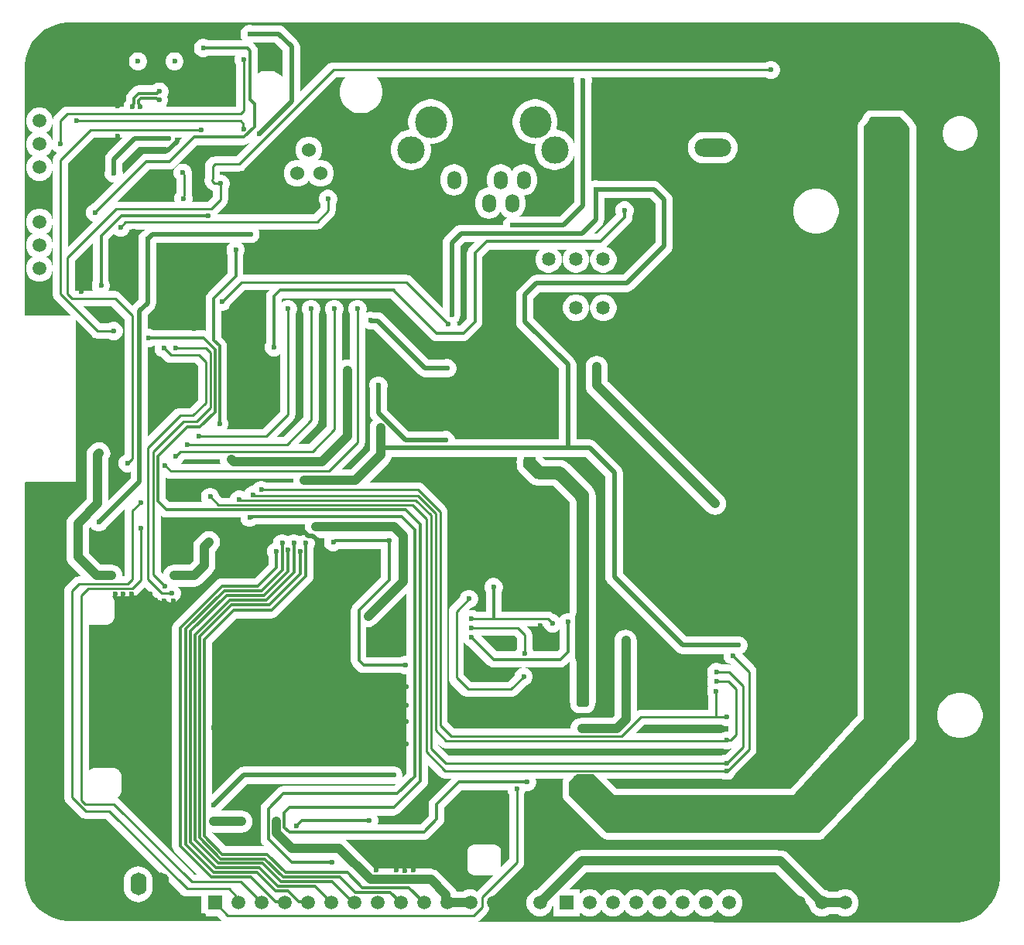
<source format=gbl>
%FSTAX23Y23*%
%MOIN*%
%SFA1B1*%

%IPPOS*%
%ADD11C,0.010000*%
%ADD12C,0.011810*%
%ADD13C,0.019680*%
%ADD140C,0.039370*%
%ADD142C,0.270000*%
%ADD143C,0.023620*%
%ADD144O,0.043310X0.094490*%
%ADD145C,0.137800*%
%ADD146O,0.068900X0.098430*%
%ADD147C,0.058580*%
%ADD148R,0.059060X0.059060*%
%ADD149C,0.059060*%
%ADD150O,0.157480X0.078740*%
%ADD151O,0.078740X0.157480*%
%ADD152C,0.118110*%
%ADD153O,0.059060X0.078740*%
%ADD154C,0.060000*%
%ADD155R,0.059060X0.059060*%
%LNesp_gsm_v1.1-1*%
%LPD*%
G36*
X01112Y03754D02*
Y03642D01*
X01108Y03646*
X01093Y03656*
X01076Y03663*
X01059Y03666*
X0104*
X01023Y03663*
X01006Y03656*
X01006Y03655*
Y03752*
Y03752*
X01004Y03761*
X01001Y03769*
X00996Y03776*
X00985Y03787*
X01079*
X01112Y03754*
G37*
G36*
X04042Y03872D02*
X04067Y03865D01*
X04091Y03856*
X04113Y03843*
X04134Y03827*
X04152Y03809*
X04167Y03788*
X0418Y03766*
X0419Y03742*
X04197Y03717*
X042Y03692*
Y03679*
Y00197*
X042Y00184*
X04197Y00158*
X04191Y00133*
X04181Y00108*
X04169Y00086*
X04153Y00065*
X04135Y00046*
X04114Y00029*
X04092Y00016*
X04068Y00006*
X04042Y-00001*
X04017Y-00004*
X04003Y-00005*
X01953Y-00001*
X01958Y00001*
X01993Y00036*
X01998Y00043*
X01999Y00046*
X02001Y00051*
X02002Y0006*
Y00091*
X02143Y00231*
X02148Y00238*
X0215Y00243*
X02151Y00246*
X02152Y00255*
Y00548*
X02156Y00554*
X02158Y00561*
X02159Y0056*
X0217*
X0218Y00563*
X02189Y00568*
X02196Y00575*
X02201Y00584*
X02204Y00594*
Y00605*
X02201Y00615*
X022Y00616*
X02322*
X02322Y00615*
X02321Y00614*
X02321Y00614*
X0232Y00612*
X02319Y0061*
X02319Y0061*
X02319Y00608*
X02318Y00607*
X02318Y00605*
X02318Y00605*
X02318Y00605*
X02318Y00605*
X02317Y00603*
Y00603*
X02317Y00601*
Y00599*
X02317Y00598*
Y00546*
X02317Y00545*
Y00543*
X02317Y00541*
X02318Y00539*
X02318Y00539*
X02318Y00539*
X02319Y00534*
X02322Y00529*
X02322Y00529*
X02322Y00529*
X02323Y00528*
X02324Y00526*
X02325Y00525*
X02326Y00524*
X02489Y00361*
X0249Y0036*
X02491Y00359*
X02493Y00358*
Y00358*
X02494Y00357*
X02494Y00357*
X02494Y00357*
X02495Y00356*
X02499Y00354*
X02502Y00353*
X02504Y00353*
X02504Y00353*
X02504Y00353*
X02506Y00352*
X02508Y00352*
X0251*
X02511Y00352*
X03423*
X03424Y00352*
X03424*
X03425Y00352*
X03425Y00352*
X03425Y00352*
X03426Y00352*
X03427Y00352*
X03428Y00352*
X0343Y00353*
X03432Y00353*
X03432Y00353*
X03432Y00353*
X03435Y00354*
X03435Y00354*
X03435Y00354*
X03435Y00354*
X03435Y00354*
X03436Y00355*
X03436Y00355*
X03438Y00356*
X03439Y00356*
X03439Y00356*
X0344Y00357*
X03442Y00358*
X03442Y00359*
X03444Y0036*
X03444Y0036*
X03444Y0036*
X03444Y0036*
X03445Y00361*
X03445Y00361*
X03446Y00361*
X03736Y00667*
X03832Y00769*
X03833Y0077*
X03833Y0077*
X03833Y00771*
X03835Y00772*
X03835Y00773*
X03836Y00774*
X03837Y00776*
X03837Y00776*
X03838Y00776*
X03838Y00779*
X03838Y00779*
X03839Y00779*
X03839Y00779*
X03839Y00779*
X03839Y0078*
X03839Y0078*
X0384Y00782*
X0384Y00783*
X0384Y00783*
X0384Y00785*
X03841Y00786*
X03841Y00788*
Y00789*
X03841Y0079*
Y0079*
X03841Y00791*
Y03419*
X03841Y03419*
X03841Y03419*
X03841Y0342*
X03841Y03422*
X03841Y03422*
X0384Y03424*
X0384Y03427*
X0384Y03428*
X03839Y03429*
X03838Y03431*
X03837Y03433*
X03837Y03434*
X03836Y03435*
X03836Y03436*
X03836Y03436*
X03836Y03436*
X03832Y03441*
X03819Y0346*
X03818Y0346*
X03818Y03461*
X03817Y03462*
X03816Y03463*
X03816Y03463*
X03816Y03463*
X03815Y03464*
X03815Y03465*
X03814Y03466*
X03813Y03466*
X03793Y03487*
X03791Y03488*
X03791Y03488*
X03791Y03488*
X03791Y03488*
X0379Y03489*
X03788Y0349*
X03787Y03491*
X03787Y03491*
X03787Y03491*
X03785Y03492*
X03785Y03492*
X03785Y03492*
X03784Y03493*
X03782Y03494*
X03782Y03494*
X03782Y03494*
X0378Y03494*
X03779Y03495*
X03779Y03495*
X03779Y03495*
X03777Y03495*
X03777Y03495*
X03777Y03495*
X03775Y03496*
X03774Y03496*
X03772*
X03772Y03496*
X03772*
X03771Y03496*
X0377Y03496*
X03671Y03496*
X03645Y03495*
X03644Y03495*
X03643Y03495*
X03643*
X03643Y03495*
X03641Y03495*
X0364Y03495*
X03638Y03494*
X03638Y03494*
X03638Y03494*
X03637Y03494*
X03636Y03494*
X03636Y03494*
X03634Y03493*
X03633Y03493*
X03632Y03492*
X0363Y03491*
X0363Y03491*
X0363Y03491*
X03628Y0349*
X03627Y03489*
X03626Y03488*
X03624Y03487*
X03624Y03487*
X03624Y03487*
X03623Y03485*
X03623Y03485*
X03623Y03485*
X03622Y03484*
X03621Y03483*
X0362Y03482*
X0362Y03481*
X0362Y03481*
X0362Y03481*
X03619Y0348*
X03613Y03469*
X03608Y03461*
X03597Y03447*
X03596Y03446*
X03596Y03446*
X03595Y03445*
X03594Y03444*
X03594Y03443*
X03593Y03443*
X03593Y03442*
X03592Y03441*
X03591Y0344*
X03591Y03439*
X0359Y03436*
X03589Y03434*
X03589Y03433*
X03589Y03432*
X03589Y0343*
X03588Y03429*
X03588Y03429*
Y03428*
X03588Y03427*
Y03426*
X03588Y03425*
Y00887*
X03302Y00572*
X02551*
X02507Y00616*
X03003*
X03009Y00612*
X03019Y0061*
X0303*
X0304Y00612*
X03049Y00617*
X03056Y00625*
X03061Y00634*
X03062Y00636*
X03143Y00717*
X03148Y00724*
X0315Y00729*
X03151Y00732*
X03152Y0074*
Y01076*
X03151Y01085*
X0315Y01088*
X03148Y01093*
X03143Y011*
X0309Y01153*
X0309Y01153*
X03099Y01158*
X03106Y01165*
X03111Y01174*
X03114Y01184*
Y01195*
X03111Y01205*
X03106Y01214*
X03099Y01221*
X0309Y01226*
X0308Y01229*
X03069*
X03063Y01227*
X0285*
X02577Y015*
Y01935*
X02576Y01944*
X02572Y01953*
X02566Y01961*
X02461Y02066*
X02453Y02072*
X02444Y02076*
X02435Y02077*
X02377*
Y024*
X02376Y02409*
X02372Y02418*
X02366Y02426*
X02192Y026*
Y02684*
X0222Y02712*
X02595*
X02604Y02713*
X02613Y02717*
X02621Y02723*
X02781Y02883*
X02787Y02891*
X02789Y02896*
X02791Y029*
X02792Y0291*
Y0311*
X02791Y03119*
X02787Y03128*
X02781Y03136*
X02736Y03181*
X02728Y03187*
X02719Y03191*
X0271Y03192*
X02471*
X02465Y03194*
X02454*
X02444Y03191*
X02442Y0319*
Y03613*
X02444Y03619*
Y0363*
X02442Y03637*
X03193*
X03199Y03633*
X03209Y0363*
X0322*
X0323Y03633*
X03239Y03638*
X03246Y03645*
X03251Y03654*
X03254Y03664*
Y03675*
X03251Y03685*
X03246Y03694*
X03239Y03701*
X0323Y03706*
X0322Y03709*
X03209*
X03199Y03706*
X03193Y03702*
X0133*
X01321Y03701*
X01316Y03699*
X01313Y03698*
X01306Y03693*
X01187Y03574*
Y0377*
X01186Y03779*
X01182Y03788*
X01176Y03796*
X01121Y03851*
X01113Y03857*
X01104Y03861*
X01095Y03862*
X00981*
X00975Y03864*
X00964*
X00954Y03861*
X00945Y03856*
X00938Y03849*
X00933Y0384*
X0093Y0383*
Y03819*
X00933Y03809*
X00938Y038*
X0094Y03798*
X0079*
X00785Y03801*
X00775Y03804*
X00764*
X00754Y03801*
X00745Y03796*
X00738Y03789*
X00733Y0378*
X0073Y0377*
Y03759*
X00733Y03749*
X00738Y0374*
X00745Y03733*
X00754Y03728*
X00764Y03725*
X00775*
X00785Y03728*
X0079Y03731*
X00908*
X00908Y0373*
X00905Y0372*
Y03709*
X00908Y03699*
X00912Y03693*
Y03512*
X00608*
X00611Y03515*
X00616Y03524*
X00619Y03534*
Y03545*
X00616Y03555*
X00615Y03556*
X00618Y03561*
X00621Y03571*
Y03582*
X00618Y03592*
X00613Y03601*
X00606Y03608*
X00597Y03613*
X00587Y03616*
X00576*
X00566Y03613*
X00557Y03608*
X00552Y03603*
X00492*
X00483Y03602*
X00475Y03598*
X00468Y03593*
X00447Y03572*
X00442Y03565*
X00438Y03557*
X00437Y03548*
Y03536*
X00434Y03534*
X00429Y03525*
X00427Y03515*
Y03512*
X00185*
X00176Y03511*
X00173Y0351*
X00168Y03508*
X00161Y03503*
X00131Y03473*
X00126Y03466*
X00124Y03461*
X00123Y03458*
X00122Y0345*
Y03371*
X00119Y03367*
X00118Y03372*
X0011Y03385*
X001Y03395*
X00092Y034*
X001Y03404*
X0011Y03414*
X00118Y03427*
X00122Y03442*
Y03457*
X00118Y03472*
X0011Y03485*
X001Y03495*
X00087Y03503*
X00072Y03507*
X00057*
X00042Y03503*
X00029Y03495*
X00019Y03485*
X00011Y03472*
X00007Y03457*
Y03442*
X00011Y03427*
X00019Y03414*
X00029Y03404*
X00037Y034*
X00029Y03395*
X00019Y03385*
X00011Y03372*
X00007Y03357*
Y03342*
X00011Y03327*
X00019Y03314*
X00029Y03304*
X00037Y033*
X00029Y03295*
X00019Y03285*
X00011Y03272*
X00007Y03257*
Y03242*
X00011Y03227*
X00019Y03214*
X00029Y03204*
X00042Y03196*
X00057Y03192*
X00072*
X00087Y03196*
X001Y03204*
X0011Y03214*
X00118Y03227*
X00122Y03242*
Y03257*
X00118Y03272*
X0011Y03285*
X001Y03295*
X00092Y033*
X001Y03304*
X0011Y03314*
X00118Y03327*
X00119Y03332*
X00123Y03325*
X0013Y03318*
X00139Y03313*
X00141Y03312*
X00131Y03303*
X00126Y03296*
X00124Y0329*
X00123Y03288*
X00122Y0328*
Y02705*
X00123Y02696*
X00124Y02693*
X00126Y02688*
X00131Y02681*
X00203Y0261*
X0*
Y03678*
X0Y03679*
Y03692*
X00004Y03717*
X0001Y03742*
X0002Y03766*
X00033Y03788*
X00049Y03809*
X00067Y03827*
X00088Y03843*
X0011Y03856*
X00134Y03865*
X00159Y03872*
X00184Y03875*
X04016*
X04042Y03872*
G37*
G36*
X02365Y0363D02*
Y03619D01*
X02367Y03613*
Y03352*
X02361Y03367*
X02351Y03381*
X02339Y03393*
X02325Y03403*
X02309Y03409*
X02292Y03413*
X0229*
X02292Y03418*
X02296Y03437*
Y03456*
X02292Y03474*
X02285Y03492*
X02274Y03508*
X02261Y03521*
X02245Y03532*
X02228Y03539*
X02209Y03543*
X0219*
X02171Y03539*
X02154Y03532*
X02138Y03521*
X02125Y03508*
X02114Y03492*
X02107Y03474*
X02103Y03456*
Y03437*
X02107Y03418*
X02114Y034*
X02125Y03385*
X02138Y03371*
X02154Y03361*
X02171Y03353*
X0219Y0335*
X022*
X02197Y03335*
Y03317*
X022Y03301*
X02207Y03285*
X02216Y03271*
X02229Y03259*
X02243Y03249*
X02258Y03243*
X02275Y03239*
X02292*
X02309Y03243*
X02325Y03249*
X02339Y03259*
X02351Y03271*
X02361Y03285*
X02367Y033*
Y03099*
X02305Y03037*
X02129*
X0214Y03046*
X02149Y03057*
X02155Y03071*
X02157Y03086*
Y03106*
X02155Y03121*
X02152Y03129*
X02164Y03131*
X02178Y03136*
X0219Y03146*
X02199Y03157*
X02205Y03171*
X02207Y03186*
Y03206*
X02205Y03221*
X02199Y03235*
X0219Y03247*
X02178Y03256*
X02164Y03262*
X0215Y03264*
X02135Y03262*
X02121Y03256*
X02109Y03247*
X021Y03235*
X021Y03234*
X02099Y03235*
X0209Y03247*
X02078Y03256*
X02064Y03262*
X0205Y03264*
X02035Y03262*
X02021Y03256*
X02009Y03247*
X02Y03235*
X01994Y03221*
X01992Y03206*
Y03186*
X01994Y03171*
X01997Y03163*
X01985Y03162*
X01971Y03156*
X01959Y03147*
X0195Y03135*
X01944Y03121*
X01942Y03106*
Y03086*
X01944Y03071*
X0195Y03057*
X01959Y03046*
X01971Y03036*
X01985Y03031*
X02Y03029*
X02014Y03031*
X02028Y03036*
X0204Y03046*
X02049Y03057*
X0205Y03058*
X0205Y03057*
X02059Y03046*
X02071Y03036*
X02079Y03033*
X02075Y03031*
X02068Y03024*
X02063Y03015*
X0206Y03005*
Y03002*
X0188*
X0187Y03001*
X01861Y02997*
X01853Y02991*
X01813Y02951*
X01807Y02943*
X01803Y02934*
X01802Y02925*
Y02644*
X01668Y02778*
X01661Y02783*
X01656Y02785*
X01653Y02786*
X01645Y02787*
X00943*
Y02874*
X00946Y02879*
X00949Y02889*
Y029*
X00946Y0291*
X00941Y02919*
X00935Y02924*
X00962*
X00968Y02923*
X00979*
X00989Y02925*
X00998Y02931*
X01005Y02938*
X0101Y02947*
X01013Y02957*
Y02967*
X0101Y02977*
X01008Y02982*
X0126*
X01268Y02983*
X01271Y02984*
X01276Y02986*
X01283Y02991*
X01331Y03039*
X01331*
X01336Y03046*
X01338Y03051*
X01339Y03054*
X01341Y03063*
Y03091*
X01344Y03098*
X01347Y03108*
Y03118*
X01344Y03128*
X01339Y03137*
X01332Y03145*
X01323Y0315*
X01313Y03153*
X01303*
X01292Y0315*
X01284Y03145*
X01276Y03137*
X01271Y03128*
X01268Y03118*
Y03108*
X01271Y03098*
X01275Y03091*
Y03076*
X01246Y03047*
X00829*
X00829Y03047*
X00868Y03086*
X00873Y03093*
X00875Y03098*
X00876Y03101*
X00877Y0311*
Y03158*
X00881Y03164*
X00884Y03174*
Y03185*
X00881Y03195*
X00876Y03204*
X00869Y03211*
X0086Y03216*
X0085Y03219*
X00842*
Y03232*
X00925*
X00933Y03233*
X00936Y03234*
X00941Y03236*
X00948Y03241*
X01343Y03637*
X01382*
X01378Y03633*
X01368Y03618*
X01361Y03601*
X01358Y03584*
Y03565*
X01361Y03548*
X01368Y03531*
X01378Y03516*
X01391Y03503*
X01406Y03493*
X01423Y03486*
X0144Y03483*
X01459*
X01476Y03486*
X01493Y03493*
X01508Y03503*
X01521Y03516*
X01531Y03531*
X01538Y03548*
X01541Y03565*
Y03584*
X01538Y03601*
X01531Y03618*
X01521Y03633*
X01517Y03637*
X02367*
X02365Y0363*
G37*
G36*
X00981Y03367D02*
X00911Y03297D01*
X0082*
X00811Y03296*
X00808Y03295*
X00803Y03293*
X00796Y03288*
X00786Y03278*
X00781Y03271*
X00779Y03266*
X00778Y03263*
X00777Y03255*
Y03205*
X00776Y03199*
Y0319*
X00777Y03182*
X00779Y03178*
X0078Y03174*
X00785Y03167*
X00794Y03158*
X00801Y03153*
X00806Y03151*
X00809Y0315*
X00812Y03149*
Y03123*
X00791Y03102*
X00722*
X00724Y03109*
Y0312*
X00721Y0313*
X0072Y03132*
Y03216*
X00721Y03222*
Y03232*
X00719Y03242*
X00714Y03251*
X00706Y03259*
X00697Y03264*
X00687Y03266*
X00677*
X00667Y03264*
X00658Y03259*
X00651Y03251*
X00645Y03242*
X00643Y03232*
Y03222*
X00645Y03212*
X00651Y03203*
X00654Y03199*
Y0314*
X00653Y03139*
X00648Y0313*
X00645Y0312*
Y03109*
X00647Y03102*
X004*
X00538Y03241*
X00625*
X00633Y03242*
X00641Y03245*
X00648Y03251*
X00743Y03346*
X00945*
X00953Y03347*
X00961Y0335*
X00968Y03356*
X00981Y03368*
X00981Y03367*
G37*
G36*
X00611Y03308D02*
X00525D01*
X00516Y03307*
X00508Y03304*
X00501Y03298*
X00424Y03222*
Y0323*
X00422Y03236*
Y03269*
X0049Y03337*
X00608*
X00614Y03335*
X00625*
X00635Y03338*
X00644Y03343*
X00651Y0335*
X00656Y03359*
X00659Y03369*
Y03377*
X00679*
X00611Y03308*
G37*
G36*
X00511Y02974D02*
X00505Y02971D01*
X00498Y02964*
X00493Y02955*
X0049Y02945*
Y02934*
X00492Y02928*
Y0268*
X00468Y02656*
X00466Y02654*
X00413Y02708*
X00406Y02713*
X00401Y02715*
X00398Y02716*
X0039Y02717*
X00362*
X00366Y02724*
X00369Y02734*
Y02745*
X00366Y02755*
X00363Y0276*
Y02941*
X00386Y02963*
X0039Y02958*
X00399Y02953*
X00409Y0295*
X0042*
X0043Y02953*
X00439Y02958*
X00446Y02965*
X00451Y02974*
X00453Y02982*
X00518*
X00511Y02974*
G37*
G36*
X00358Y03311D02*
X00352Y03303D01*
X00348Y03294*
X00347Y03285*
Y03236*
X00345Y0323*
Y03219*
X00348Y03209*
X00353Y032*
X0036Y03193*
X00369Y03188*
X00379Y03185*
X00387*
X00295Y03093*
X00289Y03091*
X0028Y03086*
X00273Y03079*
X00268Y0307*
X00265Y0306*
Y03049*
X00268Y03039*
X00273Y0303*
X0028Y03023*
X00289Y03018*
X00295Y03016*
X00187Y02909*
Y03266*
X00298Y03377*
X00423*
X00358Y03311*
G37*
G36*
X02717Y03094D02*
Y02925D01*
X02579Y02787*
X02205*
X02195Y02786*
X02186Y02782*
X02178Y02776*
X02128Y02726*
X02122Y02718*
X02118Y02709*
X02117Y027*
Y02585*
X02118Y02575*
X02122Y02566*
X02128Y02558*
X02302Y02384*
Y02077*
X01854*
Y0208*
X01851Y0209*
X01846Y02099*
X01839Y02106*
X0183Y02111*
X0182Y02114*
X01809*
X01803Y02112*
X01655*
X01562Y02205*
Y02298*
X01564Y02304*
Y02315*
X01561Y02325*
X01556Y02334*
X01549Y02341*
X0154Y02346*
X0153Y02349*
X01519*
X01509Y02346*
X015Y02341*
X01493Y02334*
X01488Y02325*
X01485Y02315*
Y02304*
X01487Y02298*
Y0219*
X01488Y0218*
X01492Y02171*
X01498Y02163*
X01501Y0216*
X01493Y0215*
X01488Y02139*
X01487Y02127*
Y02045*
Y02029*
X01405Y01947*
X01364*
X01458Y02041*
X01463Y02048*
X01464Y02051*
X01466Y02056*
X01467Y02065*
Y02557*
X01474Y02553*
X01484Y0255*
X01495*
X01498Y02551*
X01505*
X01699Y02357*
X01707Y02351*
X01716Y02347*
X01725Y02346*
X01809*
X01815Y02344*
X01826*
X01836Y02347*
X01845Y02352*
X01852Y02359*
X01857Y02368*
X0186Y02378*
Y02389*
X01857Y02399*
X01852Y02408*
X01845Y02415*
X01836Y0242*
X01826Y02423*
X01815*
X01809Y02421*
X01741*
X01547Y02615*
X01539Y02621*
X0153Y02625*
X0152Y02626*
X01504*
X01495Y02629*
X01484*
X01474Y02626*
X01471Y02624*
X01474Y02634*
Y02645*
X01471Y02655*
X01466Y02664*
X01459Y02671*
X0145Y02676*
X0144Y02679*
X01429*
X01419Y02676*
X0141Y02671*
X01403Y02664*
X01398Y02655*
X01395Y02645*
Y02634*
X01398Y02624*
X01402Y02618*
Y02421*
X0139Y02422*
X01377Y02421*
X01368Y02417*
Y02619*
X01371Y02624*
X01374Y02634*
Y02645*
X01371Y02655*
X01366Y02664*
X01359Y02671*
X0135Y02676*
X0134Y02679*
X01329*
X01319Y02676*
X0131Y02671*
X01303Y02664*
X01298Y02655*
X01295Y02645*
Y02634*
X01298Y02624*
X01303Y02616*
Y02134*
X01226Y02057*
X01179*
X01258Y02136*
X01263Y02143*
X01265Y02148*
X01266Y02151*
X01267Y0216*
Y02618*
X01271Y02624*
X01274Y02634*
Y02645*
X01271Y02655*
X01266Y02664*
X01259Y02671*
X0125Y02676*
X0124Y02679*
X01229*
X01219Y02676*
X0121Y02671*
X01203Y02664*
X01198Y02655*
X01195Y02645*
Y02634*
X01198Y02624*
X01202Y02618*
Y02173*
X01116Y02087*
X01084*
X01158Y02161*
X01163Y02168*
X01164Y02171*
X01166Y02176*
X01167Y02185*
Y02618*
X01171Y02624*
X01174Y02634*
Y02645*
X01171Y02655*
X01166Y02664*
X01159Y02671*
X0115Y02676*
X0114Y02679*
X01129*
X01119Y02676*
X0111Y02671*
X01108Y02669*
Y02681*
X01113Y02686*
X01576*
X01751Y02511*
X01758Y02505*
X01766Y02502*
X01775Y02501*
X0189*
X01898Y02502*
X01906Y02505*
X01913Y02511*
X01963Y02561*
X01969Y02568*
X01972Y02576*
X01973Y02585*
Y02866*
X02003Y02896*
X02219*
X02211Y02888*
X02204Y02875*
X022Y02861*
Y02846*
X02204Y02831*
X02211Y02818*
X02222Y02808*
X02235Y028*
X02249Y02796*
X02264*
X02279Y028*
X02292Y02808*
X02302Y02818*
X0231Y02831*
X02314Y02846*
Y02861*
X0231Y02875*
X02302Y02888*
X02295Y02896*
X02337*
X02329Y02888*
X02322Y02875*
X02318Y0286*
Y02845*
X02322Y02831*
X02329Y02818*
X0234Y02807*
X02353Y028*
X02367Y02796*
X02382*
X02397Y028*
X0241Y02807*
X0242Y02818*
X02428Y02831*
X02432Y02845*
Y0286*
X02428Y02875*
X0242Y02888*
X02412Y02896*
X02455*
X02447Y02888*
X0244Y02875*
X02436Y0286*
Y02845*
X0244Y02831*
X02447Y02818*
X02458Y02807*
X02471Y028*
X02485Y02796*
X025*
X02515Y028*
X02528Y02807*
X02538Y02818*
X02546Y02831*
X0255Y02845*
Y0286*
X02546Y02875*
X02538Y02888*
X02528Y02898*
X02515Y02906*
X02506Y02908*
X02608Y03011*
X02614Y03018*
X02617Y03026*
X02618Y03035*
Y03044*
X02621Y03049*
X02624Y03059*
Y0307*
X02621Y0308*
X02616Y03089*
X02609Y03096*
X026Y03101*
X0259Y03104*
X02579*
X02569Y03101*
X0256Y03096*
X02553Y03089*
X02548Y0308*
X02545Y0307*
Y03059*
X02548Y03049*
X02549Y03047*
X02466Y02963*
X02452*
X02486Y02998*
X02492Y03006*
X02496Y03015*
X02497Y03025*
Y03117*
X02694*
X02717Y03094*
G37*
G36*
X00296Y0276D02*
X00293Y02755D01*
X0029Y02745*
Y02734*
X00293Y02724*
X00297Y02717*
X00218*
X00217Y02718*
Y02846*
X00296Y02924*
Y0276*
G37*
G36*
X01916Y02903D02*
X0191Y02896D01*
X01907Y02888*
X01906Y0288*
Y02598*
X01876Y02568*
X01864*
X01864Y02569*
Y0258*
X01863Y02583*
X01864Y02583*
X01871Y02591*
X01876Y026*
X01879Y0261*
Y0262*
X01877Y02626*
Y02909*
X01895Y02927*
X01939*
X01916Y02903*
G37*
G36*
X00878Y02919D02*
X00873Y0291D01*
X0087Y029*
Y02889*
X00873Y02879*
X00876Y02874*
Y02793*
X00791Y02708*
X00785Y02701*
X00782Y02693*
X00781Y02685*
Y02546*
X00778Y02547*
X0077Y02548*
X00555*
X0055Y02551*
X0054Y02554*
X00532*
Y02614*
X00556Y02638*
X00562Y02646*
X00566Y02655*
X00567Y02665*
Y02924*
X00568Y02924*
X00884*
X00878Y02919*
G37*
G36*
X00432Y02596D02*
Y02012D01*
X00429Y02011*
X0042Y02006*
X00413Y01999*
X00408Y0199*
X00405Y0198*
Y01969*
X00408Y01959*
X00413Y0195*
X0042Y01943*
X00429Y01938*
X00439Y01935*
X0045*
X00457Y01937*
Y0191*
X00362Y01816*
Y01992*
X00363Y01993*
X00368Y02005*
X0037Y02017*
X00368Y02029*
X00363Y02041*
X00356Y02051*
X00346Y02058*
X00334Y02063*
X00322Y02065*
X0031Y02063*
X00298Y02058*
X00288Y02051*
X00281Y02043*
X00273Y02033*
X00268Y02022*
X00267Y0201*
Y01819*
X00196Y01748*
X00188Y01738*
X00183Y01727*
X00182Y01715*
Y0157*
X00183Y01557*
X00188Y01546*
X00196Y01536*
X00244Y01487*
X00235*
X00226Y01486*
X00223Y01485*
X00218Y01483*
X00211Y01478*
X00181Y01448*
X00176Y01441*
X00174Y01436*
X00173Y01433*
X00172Y01425*
Y00535*
X00173Y00526*
X00174Y00523*
X00176Y00518*
X00181Y00511*
X00241Y00451*
X00248Y00446*
X00253Y00444*
X00256Y00443*
X00265Y00442*
X00351*
X00676Y00116*
X00683Y00111*
X00688Y00109*
X00691Y00108*
X007Y00107*
X00762*
Y00022*
X0083*
X00851Y00001*
X00854Y0*
X00197Y0*
X00184*
X00159Y00004*
X00134Y00011*
X0011Y0002*
X00088Y00033*
X00067Y00049*
X00049Y00067*
X00033Y00088*
X0002Y0011*
X0001Y00134*
X00004Y00159*
X0Y00184*
Y00197*
Y0189*
X00005Y01895*
X0022*
Y02593*
X00291Y02521*
X00298Y02516*
X00302Y02514*
X00306Y02513*
X00315Y02512*
X00363*
X00369Y02508*
X00379Y02505*
X0039*
X004Y02508*
X00409Y02513*
X00416Y0252*
X00421Y02529*
X00424Y02539*
Y0255*
X00421Y0256*
X00416Y02569*
X00409Y02576*
X004Y02581*
X0039Y02584*
X00379*
X00369Y02581*
X00363Y02577*
X00328*
X00254Y02652*
X00376*
X00432Y02596*
G37*
G36*
X0056Y02475D02*
Y02464D01*
X00563Y02454*
X00568Y02445*
X00575Y02438*
X00584Y02433*
X00592Y02431*
X00606Y02416*
X00613Y02411*
X00618Y02409*
X00621Y02408*
X0063Y02407*
X00736*
X00747Y02396*
Y02248*
X00711Y02212*
X0067*
X00661Y02211*
X00656Y02209*
X00653Y02208*
X00646Y02203*
X00532Y02089*
Y02475*
X0054*
X0055Y02478*
X00555Y02481*
X00562*
X0056Y02475*
G37*
G36*
X01051Y02718D02*
X01045Y02711D01*
X01042Y02703*
X01041Y02695*
Y02495*
X01038Y0249*
X01035Y0248*
Y02469*
X01038Y02459*
X01043Y0245*
X0105Y02443*
X01059Y02438*
X01069Y02435*
X0108*
X0109Y02438*
X01099Y02443*
X01102Y02446*
Y02198*
X01026Y02122*
X00872*
X00876Y02129*
X00879Y02139*
Y0215*
X00876Y0216*
X00873Y02165*
Y0248*
X00872Y02488*
X00869Y02496*
X00866Y02499*
X00863Y02503*
X00848Y02518*
Y0263*
X00855*
X00865Y02633*
X00874Y02638*
X00881Y02645*
X00886Y02654*
X00888Y02662*
X00948Y02722*
X01054*
X01051Y02718*
G37*
G36*
X00842Y0199D02*
X00843Y01977D01*
X00845Y01972*
X00673*
X00674Y01973*
X00681Y0198*
X00686Y01989*
X00687Y01992*
X00842*
X00842Y0199*
G37*
G36*
X00613Y01911D02*
X00618Y01909D01*
X00621Y01908*
X0063Y01907*
X01158*
X01157Y019*
X01158Y01892*
X01041*
X01035Y01896*
X01025Y01899*
X01014*
X01004Y01896*
X00995Y01891*
X00988Y01884*
X00984Y01877*
X00979*
X00969Y01874*
X0096Y01869*
X00953Y01862*
X00948Y01853*
X00947Y0185*
X0094Y01855*
X0093Y01857*
X00919*
X00909Y01855*
X009Y01849*
X00893Y01842*
X00888Y01833*
X00886Y01826*
X00849*
X00838Y01837*
X00836Y01845*
X00831Y01854*
X00824Y01861*
X00815Y01866*
X00805Y01869*
X00794*
X00784Y01866*
X00775Y01861*
X00768Y01854*
X00763Y01845*
X0076Y01835*
Y01824*
X00763Y01814*
X00766Y01808*
X00623*
X00608Y01823*
Y01915*
X00613Y01911*
G37*
G36*
X00433Y01778D02*
X00432Y0177D01*
Y01488*
X00431Y01487*
X00422*
X00422Y0149*
X00421Y01502*
X00416Y01513*
X00408Y01523*
X00398Y01531*
X00387Y01536*
X00375Y01537*
X00329*
X00277Y01589*
Y01695*
X00284Y01702*
X00288Y01695*
X00295Y01688*
X00304Y01683*
X00314Y0168*
X00325*
X00335Y01683*
X00344Y01688*
X00351Y01695*
X00354Y01701*
X00434Y0178*
X00433Y01778*
G37*
G36*
X0059Y01748D02*
X00593Y01745D01*
X00601Y01742*
X0061Y01741*
X0093*
Y01734*
X00933Y01724*
X00938Y01715*
X00945Y01708*
X00954Y01703*
X00964Y017*
X00975*
X00985Y01703*
X00994Y01708*
X00996Y01711*
X01208*
X01207Y017*
X01208Y01687*
X01213Y01676*
X01219Y01669*
X01218Y01669*
X01207*
X01197Y01666*
X01188Y01661*
X01187Y0166*
X01185Y01661*
X01176Y01666*
X01166Y01669*
X01156*
X01146Y01666*
X01137Y01661*
X01136Y0166*
X01134Y01661*
X01125Y01666*
X01115Y01669*
X01105*
X01095Y01666*
X01086Y01661*
X01079Y01654*
X01073Y01645*
X01071Y01635*
Y01632*
X01069Y01631*
X0106Y01626*
X01053Y01619*
X01048Y0161*
X01045Y016*
Y01589*
X01048Y01579*
X01051Y01574*
Y01538*
X00991Y01478*
X0085*
X00841Y01477*
X00833Y01474*
X0083Y01471*
X00826Y01468*
X00646Y01288*
X0064Y01281*
X00637Y01273*
X00636Y01265*
Y00325*
X00637Y00316*
X0064Y00308*
X00646Y00301*
X00744Y00202*
X00733*
X00408Y00528*
X00402Y00533*
X00403Y00533*
X00409Y00537*
X00413Y00543*
X00416Y0055*
X00417Y00557*
Y00632*
X00416Y00639*
X00413Y00646*
X00409Y00652*
X00403Y00656*
X00396Y00659*
X00389Y0066*
X00298*
X00291Y00659*
X00284Y00656*
X00279Y00652*
X00277Y0065*
Y01279*
X00359*
X00366Y0128*
X00373Y01283*
X00379Y01287*
X00383Y01293*
X00386Y013*
X00387Y01307*
Y01382*
X00386Y01389*
X00383Y01396*
X00379Y01402*
X00378Y01402*
X00465*
X00473Y01403*
X00476Y01404*
X00481Y01406*
X00488Y01411*
X00517Y01441*
X00566Y01391*
X00573Y01386*
X00578Y01384*
X00581Y01383*
X0059Y01382*
X00613*
X00619Y01378*
X00629Y01375*
X0064*
X0065Y01378*
X00659Y01383*
X00666Y0139*
X00671Y01399*
X00674Y01409*
Y0142*
X00671Y0143*
X00666Y01439*
X00663Y01442*
X0073*
X00742Y01443*
X00753Y01448*
X00763Y01456*
X00808Y01501*
X00816Y01511*
X00821Y01522*
X00822Y01535*
Y01595*
X00828Y01601*
X00836Y01611*
X00841Y01622*
X00842Y01635*
X00841Y01647*
X00836Y01658*
X00828Y01668*
X00818Y01676*
X00807Y01681*
X00795Y01682*
X00782Y01681*
X00771Y01676*
X00761Y01668*
X00741Y01648*
X00733Y01638*
X00728Y01627*
X00727Y01615*
Y01554*
X0071Y01537*
X00645*
X00632Y01536*
X00621Y01531*
X00611Y01523*
X00603Y01513*
X00598Y01502*
X00598Y01498*
X00587Y01508*
Y01749*
X0059Y01748*
G37*
G36*
X02502Y01919D02*
Y01485D01*
X02503Y01475*
X02507Y01466*
X02513Y01458*
X02808Y01163*
X02816Y01157*
X02825Y01153*
X02835Y01152*
X0301*
X0301Y01151*
Y01141*
X03013Y01131*
X03018Y01122*
X03025Y01115*
X03034Y0111*
X03042Y01108*
X03043Y01106*
X03043Y01106*
X03035Y01107*
X03001*
X02995Y01111*
X02985Y01114*
X02974*
X02964Y01111*
X02955Y01106*
X02948Y01099*
X02943Y0109*
X0294Y0108*
Y01069*
X02943Y01059*
X02946Y01055*
X02943Y0105*
X0294Y0104*
Y01029*
X02943Y01019*
X02946Y01014*
X02942Y01008*
X0294Y00998*
Y00987*
X02942Y00977*
X02946Y00971*
Y00912*
X02655*
X02646Y00911*
X02641Y00909*
X02638Y00908*
X02637Y00907*
Y0121*
X02636Y01222*
X02631Y01233*
X02623Y01243*
X02613Y01251*
X02602Y01256*
X0259Y01257*
X02577Y01256*
X02566Y01251*
X02556Y01243*
X02548Y01233*
X02543Y01222*
X02542Y0121*
Y00889*
X0253Y00877*
X024*
X02387Y00876*
X02376Y00871*
X02366Y00863*
X02358Y00853*
X02353Y00842*
X02352Y0083*
X01851*
X01822Y00858*
Y01765*
X01821Y01773*
X01819Y01778*
X01818Y01781*
X01813Y01788*
X01718Y01883*
X01711Y01888*
X01706Y0189*
X01703Y01891*
X01695Y01892*
X01485*
X01568Y01976*
X01576Y01986*
X01581Y01997*
X01581Y02002*
X02123*
X02123Y02002*
X02122Y01997*
X02122*
X02121Y01997*
X02121Y01996*
X02121Y01996*
X02121Y01996*
X02121Y01995*
X02121Y01994*
X02121Y01994*
X0212Y01993*
X0212Y01992*
X0212Y01992*
Y01991*
X0212Y0199*
X0212Y01989*
Y01988*
X0212Y01988*
Y01987*
X0212Y01986*
Y01986*
Y01985*
X02119Y01983*
X02119Y01982*
Y01982*
Y0198*
X02119Y01978*
Y01978*
X02119Y01976*
Y01975*
Y01975*
X02119Y01974*
X0212Y01973*
X0212Y01972*
Y01972*
Y0197*
Y01965*
X0212Y01963*
Y01961*
X0212Y01959*
X02121Y01958*
X02121Y01957*
X02121Y01957*
X02122Y01952*
X02125Y01948*
X02125Y01948*
X02125Y01948*
X02126Y01946*
X02127Y01945*
X02128Y01943*
X02129Y01942*
X02182Y01889*
X02183Y01888*
X02185Y01887*
X02186Y01886*
X02188Y01885*
X02188Y01885*
X02188Y01885*
X02192Y01882*
Y01882*
X02195Y01881*
X02196Y01881*
X02196Y01881*
X02197Y01881*
X02197Y01881*
X02198Y0188*
X02199Y0188*
X022Y0188*
X02203Y01879*
X02204Y01879*
X02205Y01879*
X02214Y01878*
X02216Y01878*
X02216*
X02216Y01878*
X02218*
X0222Y01878*
X02277*
X02278Y01877*
X0228Y01876*
X02348Y01808*
X02349Y01807*
X02349Y01805*
Y01334*
X02349Y01334*
X02349Y01333*
X02349Y01333*
X02348Y01332*
X02347Y0133*
X02347Y0133*
X02346Y01329*
X02345Y01329*
X02334*
X02324Y01326*
X02315Y01321*
X02308Y01314*
X02305Y01309*
X02299Y01316*
X0229Y01321*
X02282Y01323*
X02279Y01326*
X02272Y01331*
X02268Y01333*
X02265Y01335*
X02256Y01336*
X02256*
X02054*
Y0142*
X02057Y01425*
X0206Y01435*
Y01446*
X02057Y01456*
X02052Y01465*
X02045Y01472*
X02036Y01477*
X02026Y0148*
X02015*
X02005Y01477*
X01996Y01472*
X01989Y01465*
X01984Y01456*
X01981Y01446*
Y01435*
X01984Y01425*
X01987Y0142*
Y01336*
X01947*
X0194Y0134*
X0193Y01342*
X0192*
X01912Y0134*
X01922Y01351*
X0193Y01353*
X01939Y01358*
X01946Y01365*
X01951Y01374*
X01954Y01384*
Y01395*
X01951Y01405*
X01946Y01414*
X01939Y01421*
X0193Y01426*
X0192Y01429*
X01909*
X01899Y01426*
X0189Y01421*
X01883Y01414*
X01878Y01405*
X01876Y01397*
X01836Y01358*
X01831Y01351*
X01829Y01346*
X01828Y01343*
X01827Y01335*
Y0105*
X01828Y01041*
X01829Y01038*
X01831Y01033*
X01836Y01026*
X01886Y00976*
X01893Y00971*
X01896Y0097*
X01901Y00968*
X0191Y00967*
X02095*
X02103Y00968*
X02106Y00969*
X02111Y00971*
X02118Y00976*
X02157Y01016*
X02165Y01018*
X02174Y01023*
X02181Y0103*
X02186Y01039*
X02189Y01049*
Y0106*
X02186Y0107*
X02181Y01079*
X02174Y01086*
X02165Y01091*
X02155Y01094*
X02144*
X02134Y01091*
X02125Y01086*
X02118Y01079*
X02113Y0107*
X02111Y01062*
X02081Y01032*
X01923*
X01892Y01063*
Y01201*
X01893Y012*
X019Y01193*
X01909Y01188*
X01915Y01186*
X01996Y01105*
X02003Y011*
X02011Y01096*
X0202Y01095*
X02309*
X02318Y01096*
X02326Y011*
X02333Y01105*
X02348Y0112*
X02348Y0112*
X02349Y01119*
X02349Y01119*
X02349Y01118*
X02349Y01118*
Y00948*
Y00946*
X02349Y00944*
Y00942*
X02349Y00942*
X0235Y0094*
X0235Y00939*
Y00939*
Y00938*
Y00935*
X0235Y00933*
X0235Y00931*
X0235Y0093*
X02351Y00928*
X02351Y00928*
X02351Y00928*
X02351Y00926*
X02352Y00923*
X02352Y00923*
X02352Y00923*
X02354Y0092*
X02355Y00918*
X02355Y00918*
X02355Y00918*
X02356Y00916*
X02357Y00915*
X02358Y00914*
X02358Y00914*
X02358Y00913*
X02359Y00913*
X02359Y00912*
X0236Y00912*
X0236Y00912*
X0236Y00911*
X02361Y0091*
X02362Y0091*
X02362Y0091*
X02362Y00909*
X02362Y00909*
X02362Y00909*
X02363Y00909*
X02363Y00908*
X02363Y00908*
X02364Y00907*
X02364Y00907*
X02365Y00906*
X02367Y00905*
X02368Y00903*
X0237Y00902*
X02371Y00901*
X02373Y00901*
X02374Y009*
X02376Y00899*
X02378Y00899*
X0238Y00898*
X02381Y00898*
X02383*
X02383Y00898*
X02383Y00898*
X02384*
X02385Y00898*
X02387Y00898*
X02387Y00898*
X02398*
X02405Y00897*
X02411Y00898*
X02424*
X02425Y00898*
X02425*
X02426Y00898*
X02426Y00898*
X02427*
X02428Y00898*
X02429Y00898*
X02431Y00899*
X02432Y00899*
X02433Y00899*
X02434Y009*
X02435Y009*
X02435Y009*
X02437Y00901*
X02437Y00901*
X02438Y00902*
X0244Y00903*
X0244Y00903*
X02441Y00904*
X02443Y00905*
X02443Y00905*
X02443Y00906*
X02444Y00906*
X02445Y00907*
X02446Y00908*
X02446Y00909*
X02446Y00909*
X02446Y00909*
X02447Y0091*
X02449Y00912*
X0245Y00914*
X02451Y00915*
X02453Y00919*
X02454Y0092*
X02455Y00922*
X02456Y00925*
X02456Y00927*
X02457Y00929*
X02458Y00931*
X02458Y00932*
X02458Y00933*
X02458Y00933*
Y00933*
X02458Y00934*
X02459Y00936*
X02459Y0094*
X0246Y00942*
X0246Y00942*
Y00944*
Y00944*
X0246Y00946*
Y00948*
Y01831*
Y01833*
X0246Y01835*
Y01835*
Y01837*
X0246Y01837*
X02459Y01839*
X02459Y01843*
X02458Y01845*
X02458Y01847*
X02457Y0185*
X02456Y01852*
X02456Y01854*
X02455Y01857*
X02454Y01859*
X02453Y0186*
X02451Y01864*
X0245Y01865*
X02449Y01867*
X02445Y01872*
X02444Y01873*
X02443Y01875*
X02348Y0197*
X02346Y01971*
X02345Y01972*
X02343Y01974*
X02343Y01974*
X02342Y01975*
X02338Y01978*
X02337Y01978*
X02335Y0198*
X0233Y01982*
X0233Y01982*
X02328Y01984*
X02327Y01984*
X02327Y01984*
X02327Y01985*
X02326Y01985*
X02325Y01985*
X02324Y01986*
X02323Y01986*
X02323Y01987*
X02322Y01987*
X0232Y01988*
X0232Y01988*
X02319Y01988*
X02317Y01988*
X02316Y01989*
X02316Y01989*
X02315Y01989*
X02313Y01989*
X02312Y01989*
X02312Y01989*
X02311Y01989*
X02311Y01989*
X0231Y01989*
X02242*
X0224Y0199*
X02239Y01991*
X0223Y02*
X0223Y02*
X02229Y02001*
X02229Y02001*
X02229Y02002*
X02229Y02002*
X02419*
X02502Y01919*
G37*
G36*
X01255Y01652D02*
X01294D01*
X01293Y0165*
X0129Y0164*
Y01629*
X01293Y01619*
X01298Y0161*
X01305Y01603*
X01314Y01598*
X01324Y01595*
X01335*
X01345Y01598*
X01354Y01603*
X01356Y01606*
X01536*
Y01483*
X01416Y01363*
X0141Y01356*
X01407Y01348*
X01406Y0134*
Y01125*
X01407Y01116*
X0141Y01108*
X01416Y01101*
X01436Y01081*
X01443Y01075*
X01451Y01072*
X0146Y01071*
X01619*
X01624Y01068*
X01634Y01065*
X01645*
X01646Y01066*
Y00639*
X01628Y00621*
X01629Y00624*
Y00635*
X01626Y00645*
X01621Y00654*
X01614Y00661*
X01605Y00666*
X01595Y00669*
X01584*
X01578Y00667*
X00945*
X00935Y00666*
X00931Y00664*
X00926Y00662*
X00918Y00656*
X00808Y00547*
Y01201*
X00913Y01306*
X01065*
X01073Y01307*
X01081Y0131*
X01088Y01316*
X01236Y01464*
X01239Y01468*
X01242Y01471*
X01245Y01479*
X01246Y01487*
Y01609*
X01249Y01614*
X01252Y01624*
Y01635*
X01249Y01645*
X01244Y01653*
X01255Y01652*
G37*
G36*
X01646Y01143D02*
X01645Y01144D01*
X01634*
X01624Y01141*
X01619Y01138*
X01473*
X01473Y01138*
Y01268*
X0148Y01267*
X01492Y01268*
X01503Y01273*
X01513Y01281*
X01646Y01414*
Y01143*
G37*
G36*
X02238Y01269D02*
X02243Y0126D01*
X0225Y01253*
X02259Y01248*
X02269Y01245*
X0228*
X0229Y01248*
X02299Y01253*
X02306Y0126*
Y01173*
X02295Y01163*
X02193*
X02191Y0117*
X02187Y01176*
Y01235*
X02186Y01243*
X02184Y01248*
X02183Y01251*
X02178Y01258*
X02165Y0127*
X02238*
X02238Y01269*
G37*
G36*
X02122Y01221D02*
Y01176D01*
X02118Y0117*
X02116Y01163*
X02034*
X01965Y01231*
X02112*
X02122Y01221*
G37*
G36*
X02202Y01997D02*
X02202Y01996D01*
X02202Y01995*
X02202Y01995*
Y01995*
X02202Y01995*
X02202Y01994*
X02202Y01993*
X02203Y01991*
X02204Y01988*
X02205Y01987*
X02205Y01987*
X02207Y01984*
X02208Y01982*
X02209Y01982*
X0221Y01981*
X02221Y0197*
X02226Y01965*
X02233Y01962*
X0224Y01961*
X0231*
X02311Y01961*
X02311Y01961*
X02312Y01961*
X02313Y01961*
X02315Y01959*
X02316Y01959*
X02317Y01958*
X02321Y01956*
X02325Y01953*
X02327Y01951*
X02327Y01951*
X02328Y0195*
X02423Y01855*
X02427Y0185*
X02429Y01847*
X0243Y01843*
X02431Y0184*
X02432Y01835*
X02432Y01833*
X02432Y01833*
Y01831*
Y00948*
Y00946*
X02432Y00946*
X02432Y00944*
X02431Y00939*
X02431Y00938*
X0243Y00936*
X02429Y00932*
X02427Y00929*
X02425Y00927*
X02425Y00926*
X02424Y00926*
X02424Y00926*
X02424Y00926*
X02387*
X02387Y00926*
X02385Y00926*
X02384Y00927*
X02383Y00928*
Y00928*
X02382Y00929*
X02381Y00929*
X02381Y0093*
X0238Y0093*
X0238Y00931*
X02379Y00932*
X02378Y00933*
X02378Y00935*
Y00939*
X02377Y00941*
Y00943*
X02377Y00944*
X02377Y00945*
X02377Y00946*
Y00948*
Y01119*
X02377Y0112*
X02377Y01121*
X02376Y01124*
X02376Y01126*
X02376Y01127*
X02375Y01128*
X02374Y0113*
X02373Y01133*
X02373Y01134*
X02372Y01134*
X02371Y01135*
X02371Y01136*
X0237Y01137*
X0237Y01138*
Y0128*
X02371Y01285*
Y01294*
X0237Y01299*
Y01314*
X0237Y01314*
X0237Y01315*
X02371Y01317*
X02372Y01318*
X02373Y01318*
X02373Y01319*
X02374Y01322*
X02375Y01324*
X02376Y01325*
X02376Y01326*
X02376Y01329*
X02377Y01331*
X02377Y01332*
X02377Y01333*
Y01807*
X02376Y01814*
X02373Y01821*
X02369Y01827*
X02298Y01897*
X02292Y01902*
X02286Y01904*
X02279Y01905*
X0222*
X0222Y01905*
X02218Y01906*
X02209Y01907*
X02209*
X02206Y01907*
X02205Y01907*
X02204Y01908*
X02203Y01908*
X02202Y01909*
X02149Y01962*
X02148Y01963*
X02148Y01965*
Y01972*
X02147Y01973*
Y01975*
X02147Y01976*
X02147Y01978*
X02147Y01978*
Y01978*
X02147Y01981*
Y01983*
X02148Y01985*
Y01986*
X02148Y01987*
Y01988*
X02148Y01988*
X02148Y01989*
X02148Y01989*
X02148Y01989*
X02148Y0199*
X0215Y01996*
X0215Y01998*
X0215Y02*
X022*
X02202Y01997*
G37*
G36*
X03009Y00843D02*
X03019Y0084D01*
X0303*
X03032Y00841*
Y00818*
X0303Y00819*
X03019*
X03009Y00816*
X03002Y00812*
X02633*
X02668Y00847*
X03003*
X03009Y00843*
G37*
G36*
X01792Y00756D02*
X01799Y00751D01*
X01802Y00749*
X01806Y00747*
X01815Y00746*
X03003*
X03009Y00743*
X03019Y0074*
X0303*
X0304Y00743*
X03044Y00745*
X03018Y00719*
X03009Y00717*
X03003Y00713*
X01827*
X01782Y00758*
Y00765*
X01792Y00756*
G37*
G36*
X01584Y0059D02*
X01595D01*
X01598Y00591*
X01591Y00583*
X01115*
X01106Y00582*
X01098Y00579*
X01091Y00573*
X01027Y0051*
X01022Y00503*
X01018Y00495*
X01017Y00486*
Y00353*
X01018Y00344*
X01022Y00336*
X01027Y00329*
X01034Y00323*
X00867*
X00808Y00381*
Y00383*
X00815Y00382*
X00933*
X00935Y00382*
X00947Y00383*
X00958Y00388*
X00968Y00396*
X00976Y00406*
X00981Y00417*
X00982Y0043*
X00981Y00442*
X00976Y00453*
X00968Y00463*
X00968Y00463*
X00958Y00471*
X00947Y00476*
X00934Y00477*
X00847*
X00849Y00481*
X0096Y00592*
X01578*
X01584Y0059*
G37*
G36*
X03772Y03468D02*
X03772D01*
X03772Y03468*
X03773Y03467*
X03794Y03446*
X03794Y03446*
X03795Y03445*
X03796Y03444*
X03796Y03444*
X03809Y03425*
X03813Y0342*
X03813Y03419*
X03813Y03419*
Y00791*
X03813Y0079*
Y0079*
X03813Y00789*
X03812Y00788*
X03715Y00686*
X03426Y00381*
X03425Y0038*
X03424Y0038*
X03424Y0038*
X03423Y0038*
X02511*
X0251Y0038*
X02508Y00381*
X02346Y00543*
X02345Y00545*
X02345Y00546*
Y00598*
X02345Y00599*
X02345Y006*
X02345Y006*
X02379Y00634*
X0245*
X0254Y00545*
X03315*
X03323Y00554*
X03609Y00868*
X03616Y00876*
Y03425*
X03616Y03426*
Y03427*
X03617Y03428*
X03617Y03428*
X03618Y03429*
X03631Y03445*
X03637Y03456*
X03643Y03466*
X03644Y03467*
X03644Y03467*
X03644Y03467*
X03645Y03468*
X03671Y03468*
X0377Y03468*
X03772Y03468*
G37*
G36*
X01787Y00626D02*
X01794Y0062D01*
X01798Y00619*
X01802Y00617*
X0181Y00616*
X01838*
X01751Y00528*
X01745Y00521*
X01742Y00513*
X01741Y00505*
Y00453*
X01706Y00418*
X01521*
X01521Y00419*
X01524Y00429*
Y0044*
X01521Y0045*
X01518Y00456*
X0159*
X01598Y00457*
X01606Y0046*
X01613Y00466*
X01728Y00581*
X01734Y00588*
X01737Y00596*
X01738Y00605*
Y00674*
X01787Y00626*
G37*
G36*
X0208Y00564D02*
X02083Y00554D01*
X02087Y00548*
Y00268*
X02053Y00235*
Y00302*
X02053Y00309*
X0205Y00316*
X02045Y00322*
X0204Y00326*
X02033Y00329*
X02026Y0033*
X01935*
X01928Y00329*
X01921Y00326*
X01915Y00322*
X01911Y00316*
X01908Y00309*
X01907Y00302*
Y00227*
X01908Y0022*
X01911Y00213*
X01915Y00207*
X01921Y00203*
X01928Y002*
X01935Y00199*
X02018*
X01948Y00129*
X01942Y00133*
X01927Y00137*
X01912*
X01897Y00133*
X01888Y00127*
X01861*
X01857Y00137*
X01849Y00147*
X01783Y00213*
X01773Y00221*
X01762Y00226*
X0175Y00227*
X01509*
X01388Y00348*
X01385Y00351*
X0172*
X01728Y00352*
X01736Y00355*
X01743Y00361*
X01798Y00416*
X01801Y0042*
X01804Y00423*
X01805Y00426*
X01807Y00431*
X01808Y0044*
Y00491*
X01883Y00566*
X0208*
Y00564*
G37*
%LNesp_gsm_v1.1-2*%
%LPC*%
G36*
X00652Y03746D02*
X00641D01*
X00631Y03744*
X00622Y03738*
X00615Y03731*
X0061Y03722*
X00607Y03712*
Y03702*
X0061Y03692*
X00615Y03683*
X00622Y03675*
X00631Y0367*
X00641Y03667*
X00652*
X00662Y0367*
X00671Y03675*
X00678Y03683*
X00683Y03692*
X00686Y03702*
Y03712*
X00683Y03722*
X00678Y03731*
X00671Y03738*
X00662Y03744*
X00652Y03746*
G37*
G36*
X00494D02*
X00484D01*
X00474Y03744*
X00465Y03738*
X00458Y03731*
X00452Y03722*
X0045Y03712*
Y03702*
X00452Y03692*
X00458Y03683*
X00465Y03675*
X00474Y0367*
X00484Y03667*
X00494*
X00504Y0367*
X00513Y03675*
X00521Y03683*
X00526Y03692*
X00528Y03702*
Y03712*
X00526Y03722*
X00521Y03731*
X00513Y03738*
X00504Y03744*
X00494Y03746*
G37*
G36*
X04037Y03471D02*
X04022D01*
X04008Y03468*
X03994Y03462*
X03982Y03454*
X03971Y03444*
X03963Y03431*
X03958Y03418*
X03955Y03404*
Y03389*
X03958Y03374*
X03963Y03361*
X03971Y03349*
X03982Y03338*
X03994Y0333*
X04008Y03324*
X04022Y03322*
X04037*
X04051Y03324*
X04065Y0333*
X04077Y03338*
X04087Y03349*
X04095Y03361*
X04101Y03374*
X04104Y03389*
Y03404*
X04101Y03418*
X04095Y03431*
X04087Y03444*
X04077Y03454*
X04065Y03462*
X04051Y03468*
X04037Y03471*
G37*
G36*
X03004Y03402D02*
X02925D01*
X02912Y034*
X02899Y03397*
X02888Y0339*
X02878Y03382*
X02869Y03372*
X02863Y0336*
X02859Y03348*
X02858Y03335*
X02859Y03321*
X02863Y03309*
X02869Y03297*
X02878Y03287*
X02888Y03279*
X02899Y03272*
X02912Y03269*
X02925Y03267*
X03004*
X03017Y03269*
X0303Y03272*
X03041Y03279*
X03051Y03287*
X0306Y03297*
X03066Y03309*
X0307Y03321*
X03071Y03335*
X0307Y03348*
X03066Y0336*
X0306Y03372*
X03051Y03382*
X03041Y0339*
X0303Y03397*
X03017Y034*
X03004Y03402*
G37*
G36*
X03419Y03159D02*
X034D01*
X03381Y03155*
X03364Y03147*
X03348Y03137*
X03334Y03123*
X03323Y03107*
X03316Y0309*
X03312Y03071*
Y03052*
X03316Y03033*
X03323Y03015*
X03334Y02999*
X03348Y02985*
X03364Y02975*
X03381Y02967*
X034Y02964*
X03419*
X03438Y02967*
X03456Y02975*
X03472Y02985*
X03485Y02999*
X03496Y03015*
X03503Y03033*
X03507Y03052*
Y03071*
X03503Y0309*
X03496Y03107*
X03485Y03123*
X03472Y03137*
X03456Y03147*
X03438Y03155*
X03419Y03159*
G37*
G36*
X00072Y03072D02*
X00057D01*
X00042Y03068*
X00029Y0306*
X00019Y0305*
X00011Y03037*
X00007Y03022*
Y03007*
X00011Y02992*
X00019Y02979*
X00029Y02969*
X00037Y02965*
X00029Y0296*
X00019Y0295*
X00011Y02937*
X00007Y02922*
Y02907*
X00011Y02892*
X00019Y02879*
X00029Y02869*
X00037Y02865*
X00029Y0286*
X00019Y0285*
X00011Y02837*
X00007Y02822*
Y02807*
X00011Y02792*
X00019Y02779*
X00029Y02769*
X00042Y02761*
X00057Y02757*
X00072*
X00087Y02761*
X001Y02769*
X0011Y02779*
X00118Y02792*
X00122Y02807*
Y02822*
X00118Y02837*
X0011Y0285*
X001Y0286*
X00092Y02865*
X001Y02869*
X0011Y02879*
X00118Y02892*
X00122Y02907*
Y02922*
X00118Y02937*
X0011Y0295*
X001Y0296*
X00092Y02965*
X001Y02969*
X0011Y02979*
X00118Y02992*
X00122Y03007*
Y03022*
X00118Y03037*
X0011Y0305*
X001Y0306*
X00087Y03068*
X00072Y03072*
G37*
G36*
X02383Y02701D02*
X02368D01*
X02353Y02697*
X0234Y0269*
X0233Y02679*
X02322Y02666*
X02318Y02652*
Y02637*
X02322Y02623*
X0233Y0261*
X0234Y02599*
X02353Y02592*
X02368Y02588*
X02383*
X02397Y02592*
X0241Y02599*
X02421Y0261*
X02428Y02623*
X02432Y02637*
Y02652*
X02428Y02666*
X02421Y02679*
X0241Y0269*
X02397Y02697*
X02383Y02701*
G37*
G36*
X025Y02701D02*
X02485D01*
X02471Y02697*
X02458Y0269*
X02447Y02679*
X0244Y02666*
X02436Y02652*
Y02637*
X0244Y02622*
X02447Y02609*
X02458Y02599*
X02471Y02591*
X02485Y02587*
X025*
X02515Y02591*
X02528Y02599*
X02538Y02609*
X02546Y02622*
X0255Y02637*
Y02652*
X02546Y02666*
X02538Y02679*
X02528Y0269*
X02515Y02697*
X025Y02701*
G37*
G36*
X02465Y02437D02*
X02452Y02436D01*
X02441Y02431*
X02431Y02423*
X02423Y02413*
X02418Y02402*
X02417Y0239*
Y0231*
X02418Y02297*
X02423Y02286*
X02431Y02276*
X02941Y01766*
X02951Y01758*
X02962Y01753*
X02975Y01752*
X02987Y01753*
X02998Y01758*
X03008Y01766*
X03016Y01776*
X03021Y01787*
X03022Y018*
X03021Y01812*
X03016Y01823*
X03008Y01833*
X02512Y02329*
Y0239*
X02511Y02402*
X02506Y02413*
X02498Y02423*
X02488Y02431*
X02477Y02436*
X02465Y02437*
G37*
G36*
X04039Y00985D02*
X0402D01*
X04001Y00982*
X03983Y00974*
X03967Y00964*
X03954Y0095*
X03943Y00934*
X03936Y00916*
X03932Y00897*
Y00878*
X03936Y00859*
X03943Y00842*
X03954Y00826*
X03967Y00812*
X03983Y00802*
X04001Y00794*
X0402Y0079*
X04039*
X04058Y00794*
X04076Y00802*
X04091Y00812*
X04105Y00826*
X04116Y00842*
X04123Y00859*
X04127Y00878*
Y00897*
X04123Y00916*
X04116Y00934*
X04105Y0095*
X04091Y00964*
X04076Y00974*
X04058Y00982*
X04039Y00985*
G37*
G36*
X03255Y00307D02*
X024D01*
X02387Y00306*
X02376Y00301*
X02366Y00293*
X02208Y00136*
X02197Y00133*
X02184Y00125*
X02174Y00115*
X02166Y00102*
X02162Y00087*
Y00072*
X02166Y00057*
X02174Y00044*
X02184Y00034*
X02197Y00026*
X02212Y00022*
X02227*
X02242Y00026*
X02255Y00034*
X02265Y00044*
X02273Y00057*
X02276Y00068*
X02277Y0007*
Y00022*
X02392*
Y00042*
X02399Y00034*
X02412Y00026*
X02427Y00022*
X02442*
X02457Y00026*
X0247Y00034*
X0248Y00044*
X02485Y00052*
X02489Y00044*
X02499Y00034*
X02512Y00026*
X02527Y00022*
X02542*
X02557Y00026*
X0257Y00034*
X0258Y00044*
X02585Y00052*
X02589Y00044*
X02599Y00034*
X02612Y00026*
X02627Y00022*
X02642*
X02657Y00026*
X0267Y00034*
X0268Y00044*
X02685Y00052*
X02689Y00044*
X02699Y00034*
X02712Y00026*
X02727Y00022*
X02742*
X02757Y00026*
X0277Y00034*
X0278Y00044*
X02785Y00052*
X02789Y00044*
X02799Y00034*
X02812Y00026*
X02827Y00022*
X02842*
X02857Y00026*
X0287Y00034*
X0288Y00044*
X02885Y00052*
X02889Y00044*
X02899Y00034*
X02912Y00026*
X02927Y00022*
X02942*
X02957Y00026*
X0297Y00034*
X0298Y00044*
X02985Y00052*
X02989Y00044*
X02999Y00034*
X03012Y00026*
X03027Y00022*
X03042*
X03057Y00026*
X0307Y00034*
X0308Y00044*
X03088Y00057*
X03092Y00072*
Y00087*
X03088Y00102*
X0308Y00115*
X0307Y00125*
X03057Y00133*
X03042Y00137*
X03027*
X03012Y00133*
X02999Y00125*
X02989Y00115*
X02985Y00107*
X0298Y00115*
X0297Y00125*
X02957Y00133*
X02942Y00137*
X02927*
X02912Y00133*
X02899Y00125*
X02889Y00115*
X02885Y00107*
X0288Y00115*
X0287Y00125*
X02857Y00133*
X02842Y00137*
X02827*
X02812Y00133*
X02799Y00125*
X02789Y00115*
X02785Y00107*
X0278Y00115*
X0277Y00125*
X02757Y00133*
X02742Y00137*
X02727*
X02712Y00133*
X02699Y00125*
X02689Y00115*
X02685Y00107*
X0268Y00115*
X0267Y00125*
X02657Y00133*
X02642Y00137*
X02627*
X02612Y00133*
X02599Y00125*
X02589Y00115*
X02585Y00107*
X0258Y00115*
X0257Y00125*
X02557Y00133*
X02542Y00137*
X02527*
X02512Y00133*
X02499Y00125*
X02489Y00115*
X02485Y00107*
X0248Y00115*
X0247Y00125*
X02457Y00133*
X02442Y00137*
X02427*
X02412Y00133*
X02399Y00125*
X02392Y00117*
Y00137*
X02344*
X02419Y00212*
X03235*
X03378Y00068*
X03381Y00057*
X03389Y00044*
X03399Y00034*
X03412Y00026*
X03427Y00022*
X03442*
X03457Y00026*
X03466Y00032*
X03503*
X03512Y00026*
X03527Y00022*
X03542*
X03557Y00026*
X0357Y00034*
X0358Y00044*
X03588Y00057*
X03592Y00072*
Y00087*
X03588Y00102*
X0358Y00115*
X0357Y00125*
X03557Y00133*
X03542Y00137*
X03527*
X03512Y00133*
X03503Y00127*
X03466*
X03457Y00133*
X03446Y00136*
X03288Y00293*
X03278Y00301*
X03267Y00306*
X03255Y00307*
G37*
G36*
X01232Y03382D02*
X01217D01*
X01202Y03378*
X01189Y03371*
X01178Y0336*
X01171Y03347*
X01167Y03332*
Y03317*
X01171Y03302*
X01178Y03289*
X01187Y03281*
X01182Y03282*
X01167*
X01152Y03278*
X01139Y03271*
X01128Y0326*
X01121Y03247*
X01117Y03232*
Y03217*
X01121Y03202*
X01128Y03189*
X01139Y03178*
X01152Y03171*
X01167Y03167*
X01182*
X01197Y03171*
X0121Y03178*
X01221Y03189*
X01225Y03196*
X01228Y03189*
X01239Y03178*
X01252Y03171*
X01267Y03167*
X01282*
X01297Y03171*
X0131Y03178*
X01321Y03189*
X01328Y03202*
X01332Y03217*
Y03232*
X01328Y03247*
X01321Y0326*
X0131Y03271*
X01297Y03278*
X01282Y03282*
X01267*
X01262Y03281*
X01271Y03289*
X01278Y03302*
X01282Y03317*
Y03332*
X01278Y03347*
X01271Y0336*
X0126Y03371*
X01247Y03378*
X01232Y03382*
G37*
G36*
X01759Y03543D02*
X0174D01*
X01721Y03539*
X01704Y03532*
X01688Y03521*
X01675Y03508*
X01664Y03492*
X01657Y03474*
X01653Y03456*
Y03437*
X01657Y03418*
X01659Y03413*
X01657*
X0164Y03409*
X01625Y03403*
X0161Y03393*
X01598Y03381*
X01589Y03367*
X01582Y03351*
X01579Y03335*
Y03317*
X01582Y03301*
X01589Y03285*
X01598Y03271*
X0161Y03259*
X01625Y03249*
X0164Y03243*
X01657Y03239*
X01674*
X01691Y03243*
X01707Y03249*
X01721Y03259*
X01733Y03271*
X01742Y03285*
X01749Y03301*
X01752Y03317*
Y03335*
X01749Y0335*
X01759*
X01778Y03353*
X01795Y03361*
X01811Y03371*
X01824Y03385*
X01835Y034*
X01842Y03418*
X01846Y03437*
Y03456*
X01842Y03474*
X01835Y03492*
X01824Y03508*
X01811Y03521*
X01795Y03532*
X01778Y03539*
X01759Y03543*
G37*
G36*
X0185Y03264D02*
X01835Y03262D01*
X01821Y03256*
X01809Y03247*
X018Y03235*
X01794Y03221*
X01792Y03206*
Y03186*
X01794Y03171*
X018Y03157*
X01809Y03146*
X01821Y03136*
X01835Y03131*
X0185Y03129*
X01864Y03131*
X01878Y03136*
X0189Y03146*
X01899Y03157*
X01905Y03171*
X01907Y03186*
Y03206*
X01905Y03221*
X01899Y03235*
X0189Y03247*
X01878Y03256*
X01864Y03262*
X0185Y03264*
G37*
G36*
X0049Y00237D02*
X00478Y00235D01*
X00466Y00232*
X00456Y00226*
X00446Y00218*
X00438Y00209*
X00433Y00198*
X00429Y00186*
X00428Y00174*
Y00145*
X00429Y00133*
X00433Y00121*
X00438Y0011*
X00446Y00101*
X00456Y00093*
X00466Y00087*
X00478Y00084*
X0049Y00082*
X00502Y00084*
X00514Y00087*
X00525Y00093*
X00534Y00101*
X00542Y0011*
X00548Y00121*
X00551Y00133*
X00553Y00145*
Y00174*
X00551Y00186*
X00548Y00198*
X00542Y00209*
X00534Y00218*
X00525Y00226*
X00514Y00232*
X00502Y00235*
X0049Y00237*
G37*
%LNesp_gsm_v1.1-3*%
%LPD*%
G54D11*
X00155Y02705D02*
Y0328D01*
X00315Y02545D02*
X00385D01*
X00155Y02705D02*
X00315Y02545D01*
X00185Y02705D02*
Y0286D01*
X00205Y02685D02*
X0039D01*
X00185Y02705D02*
X00205Y02685D01*
X0039D02*
X00465Y0261D01*
X00155Y0345D02*
X00185Y0348D01*
X0093D02*
X00945Y03495D01*
X00185Y0348D02*
X0093D01*
X00155Y0335D02*
Y0345D01*
X0053Y01475D02*
X0059Y01415D01*
X00635*
X0126Y03015D02*
X01308Y03063D01*
Y03113*
X02979Y0088D02*
Y00992D01*
X0298Y01035D02*
X0303D01*
X03065Y01*
X0298Y01075D02*
X03035D01*
X03095Y01015*
X0305Y01146D02*
X0312Y01076D01*
Y0074D02*
Y01076D01*
X01935Y00025D02*
X0197Y0006D01*
X00875Y00025D02*
X01935D01*
X0082Y0008D02*
X00875Y00025D01*
X00185Y0286D02*
X00395Y0307D01*
X00805*
X00465Y01995D02*
Y0261D01*
X00445Y01975D02*
X00465Y01995D01*
X00245Y01405D02*
X00275Y01435D01*
X00465D02*
X005Y0147D01*
X00275Y01435D02*
X00465D01*
X00205Y01425D02*
X00235Y01455D01*
X00445D02*
X00465Y01475D01*
X00235Y01455D02*
X00445D01*
X00245Y0052D02*
Y01405D01*
Y0052D02*
X0026Y00505D01*
X00205Y00535D02*
Y01425D01*
Y00535D02*
X00265Y00475D01*
X00365*
X007Y0014*
X00385Y00505D02*
X0072Y0017D01*
X0026Y00505D02*
X00385D01*
X005Y0147D02*
Y01695D01*
X00465Y01475D02*
Y0177D01*
X007Y0014D02*
X0088D01*
X01695Y0186D02*
X0179Y01765D01*
X01694Y01835D02*
X0177Y01759D01*
X01009Y01835D02*
X0101Y01835D01*
X0102Y0186D02*
X01695D01*
X0101Y01835D02*
X01694D01*
X01686Y01813D02*
X0175Y0175D01*
X00937Y01813D02*
X01686D01*
X0167Y01793D02*
X0173Y01734D01*
X00836Y01793D02*
X0167D01*
X00427Y03006D02*
Y03007D01*
X00415Y02993D02*
X00427Y03006D01*
X00415Y0299D02*
Y02993D01*
X00427Y03007D02*
X00435Y03015D01*
X0126*
X00155Y0328D02*
X00285Y0341D01*
X0104Y0209D02*
X01135Y02185D01*
X0075Y0209D02*
X0104D01*
X0067Y02025D02*
X0124D01*
X01335Y0212*
X0065Y02005D02*
X0067Y02025D01*
X0131Y0194D02*
X01435Y02065D01*
X00605Y01965D02*
X0063Y0194D01*
X0131*
X01645Y02755D02*
X01827Y02572D01*
X00935Y02755D02*
X01645D01*
X00925Y01818D02*
X00927Y01815D01*
X00935*
X00937Y01813*
X0088Y0014D02*
X0091Y00109D01*
X0212Y00255D02*
Y0057D01*
X0197Y00105D02*
X0212Y00255D01*
X0197Y0006D02*
Y00105D01*
X00805Y0307D02*
X00845Y0311D01*
X0191Y01D02*
X02095D01*
X0215Y01055*
X0186Y0105D02*
X0191Y01D01*
X0186Y0105D02*
Y01335D01*
X01915Y0139*
X02155Y01155D02*
Y01235D01*
X02256Y01303D02*
X02275Y01285D01*
X02125Y01264D02*
X02155Y01235D01*
X01925Y01303D02*
X0202D01*
X01925Y01264D02*
X02125D01*
X0202Y01303D02*
X02256D01*
X01837Y00797D02*
X02572D01*
X0175Y00745D02*
Y0175D01*
X0179Y00845D02*
Y01765D01*
X0177Y00825D02*
Y01759D01*
X01814Y0068D02*
X03025D01*
X01815Y00779D02*
X03024D01*
X0173Y0073D02*
X0181Y00649D01*
X0173Y0073D02*
Y01734D01*
X0175Y00745D02*
X01814Y0068D01*
X0179Y00845D02*
X01837Y00797D01*
X0177Y00825D02*
X01815Y00779D01*
X0181Y00649D02*
X03025D01*
X02572Y00797D02*
X02655Y0088D01*
X03024Y00779D02*
X03025Y0078D01*
X03027Y00782*
X03025Y00649D02*
X03028D01*
X03025Y0068D02*
X03025D01*
X00465Y0177D02*
X005Y01805D01*
X00555Y01495D02*
X00605Y01445D01*
X00555Y02025D02*
X00685Y02155D01*
X0053Y01475D02*
Y0204D01*
X00555Y01495D02*
Y02025D01*
X0053Y0204D02*
X0067Y0218D01*
X01335Y0212D02*
Y02639D01*
X007Y02055D02*
X0113D01*
X01235Y0216*
X01335Y0264D02*
X01335Y02639D01*
X00942Y03417D02*
Y03437D01*
Y03417D02*
X00944Y03415D01*
X01435Y02065D02*
Y0264D01*
X0072Y0017D02*
X0093D01*
X0102Y0008*
X008Y0183D02*
X00836Y01793D01*
X00987Y01835D02*
X01009D01*
X00985Y01838D02*
X00987Y01835D01*
X008Y02215D02*
Y0245D01*
X0074Y02155D02*
X008Y02215D01*
X00685Y02155D02*
X0074D01*
X0078Y02235D02*
Y0241D01*
X00725Y0218D02*
X0078Y02235D01*
Y0247D02*
X008Y0245D01*
X0075Y0244D02*
X0078Y0241D01*
X0065Y0247D02*
X0078D01*
X0067Y0218D02*
X00725D01*
X0085Y0267D02*
X00935Y02755D01*
X0091Y00089D02*
Y00109D01*
Y00089D02*
X0092Y0008D01*
X006Y0247D02*
X0063Y0244D01*
X0075*
X01135Y02185D02*
Y0264D01*
X01235Y0216D02*
Y0264D01*
X0133Y0367D02*
X03215D01*
X00925Y03265D02*
X0133Y0367D01*
X0082Y03265D02*
X00925D01*
X0081Y03255D02*
X0082Y03265D01*
X0081Y032D02*
Y03255D01*
X00809Y0319D02*
Y03199D01*
Y0319D02*
X00818Y03181D01*
X00809Y03199D02*
X0081Y032D01*
X00818Y03181D02*
X00843D01*
X00845Y0318*
Y0311D02*
Y0318D01*
X02655Y0088D02*
X03025D01*
X03025Y0068D02*
X03095Y0075D01*
Y01015*
X03028Y00649D02*
X0312Y0074D01*
X03027Y00782D02*
X03042D01*
X03065Y00805*
Y01*
X00285Y0341D02*
X0076D01*
X00945Y03495D02*
Y03715D01*
X00225Y0345D02*
X0093D01*
X00942Y03437*
X00687Y03127D02*
Y03218D01*
G54D12*
X00576Y0354D02*
X0058D01*
X00501Y03547D02*
X00569D01*
X00571Y03569D02*
X00578Y03577D01*
X00582*
X00492Y03569D02*
X00571D01*
X00569Y03547D02*
X00576Y0354D01*
X00471Y03548D02*
X00492Y03569D01*
X00493Y03539D02*
X00501Y03547D01*
X00493Y03525D02*
X00495Y03522D01*
X00466Y0351D02*
X00468Y03512D01*
Y03522*
X00495Y03512D02*
Y03522D01*
X00471Y03525D02*
Y03548D01*
X00493Y03525D02*
Y03539D01*
X00468Y03522D02*
X00471Y03525D01*
X00495Y03512D02*
X00497Y0351D01*
X0033Y02955D02*
X00417Y03042D01*
X0079*
X01455Y00145D02*
X01655D01*
X0172Y0008*
X01575Y00125D02*
X0162Y0008D01*
X01425Y00125D02*
X01575D01*
X01359Y0019D02*
X01425Y00125D01*
X0139Y0021D02*
X01455Y00145D01*
X0115Y00255D02*
X01325D01*
X01051Y00353D02*
X0115Y00255D01*
X01324Y0017D02*
X01415Y0008D01*
X01125Y0021D02*
X0139D01*
X01104Y0017D02*
X01324D01*
X01114Y0019D02*
X01359D01*
X0125Y0015D02*
X0132Y0008D01*
X0109Y0015D02*
X0125D01*
X01035Y00269D02*
X01114Y0019D01*
X01025Y0025D02*
X01104Y0017D01*
X01045Y00289D02*
X01125Y0021D01*
X0101Y0023D02*
X0109Y0015D01*
X01135Y0013D02*
X0118Y00084D01*
X0108Y0013D02*
X01135D01*
X01Y0021D02*
X0108Y0013D01*
X0118Y00084D02*
X01215D01*
X0122Y0008*
X0033Y0274D02*
Y02955D01*
X0144Y0134D02*
X0157Y0147D01*
X0144Y01125D02*
Y0134D01*
Y01125D02*
X0146Y01105D01*
X0157Y0147D02*
Y0164D01*
X01065Y0134D02*
X01212Y01487D01*
X01005Y01445D02*
X01085Y01525D01*
X0086Y01425D02*
X0102D01*
X01032Y01405D02*
X01136Y01509D01*
X0067Y01265D02*
X0085Y01445D01*
X0102Y01425D02*
X0111Y01515D01*
X00715Y0125D02*
X0087Y01405D01*
X00893Y01365D02*
X01055D01*
X009Y0134D02*
X01065D01*
X0085Y01445D02*
X01005D01*
X0104Y01385D02*
X01161Y01506D01*
X00695Y0126D02*
X0086Y01425D01*
X01055Y01365D02*
X01187Y01497D01*
X00885Y01385D02*
X0104D01*
X0087Y01405D02*
X01032D01*
X00755Y01227D02*
X00893Y01365D01*
X00735Y01235D02*
X00885Y01385D01*
X00775Y01215D02*
X009Y0134D01*
X00695Y0033D02*
Y0126D01*
X0067Y00325D02*
Y01265D01*
X0111Y01515D02*
Y01525D01*
X01161Y01506D02*
Y0163D01*
X01085Y01525D02*
Y01595D01*
X01136Y01509D02*
Y016D01*
X00715Y0034D02*
Y0125D01*
X00735Y0035D02*
Y01235D01*
X0111Y01525D02*
X0111Y01525D01*
Y0163*
X01187Y01497D02*
Y01595D01*
X00755Y0036D02*
Y01227D01*
X01051Y00486D02*
X01115Y0055D01*
X01118Y00406D02*
Y00468D01*
X0114Y0049*
X01118Y00406D02*
X0114Y00385D01*
X01705Y00605D02*
Y0171D01*
X01051Y00353D02*
Y00486D01*
X0097Y0174D02*
X00972Y01742D01*
X00982Y01745D02*
X01625D01*
X00575Y0181D02*
X0061Y01775D01*
X0164D02*
X01705Y0171D01*
X0061Y01775D02*
X0164D01*
X00972Y01742D02*
X0098D01*
X00982Y01745*
X01625D02*
X0168Y01689D01*
X0146Y01105D02*
X0164D01*
X01605Y0055D02*
X0168Y00625D01*
Y01689*
X00805Y0019D02*
X00975D01*
X0067Y00325D02*
X00805Y0019D01*
X00695Y0033D02*
X00815Y0021D01*
X01*
X00715Y0034D02*
X00825Y0023D01*
X0101*
X00775Y00367D02*
X00853Y00289D01*
X00775Y00367D02*
Y01215D01*
X00735Y0035D02*
X00835Y0025D01*
X00755Y0036D02*
X00845Y00269D01*
X0202Y01129D02*
X02309D01*
X0234Y0116*
X01924Y01224D02*
X0202Y01129D01*
X0159Y0049D02*
X01705Y00605D01*
X0133Y01635D02*
X01333D01*
X01338Y0164D02*
X0157D01*
X01333Y01635D02*
X01338Y0164D01*
X0187Y006D02*
X02165D01*
X01775Y00505D02*
X0187Y006D01*
X0114Y0049D02*
X0159D01*
X01115Y0055D02*
X01605D01*
X01775Y0044D02*
Y00505D01*
X0172Y00385D02*
X01775Y0044D01*
X0114Y00385D02*
X0172D01*
X01195Y00435D02*
X01485D01*
X0117Y0041D02*
X01195Y00435D01*
X0084Y02145D02*
Y0248D01*
X0248Y0293D02*
X02585Y03035D01*
X0199Y0293D02*
X0248D01*
X0194Y0288D02*
X0199Y0293D01*
X0194Y02585D02*
Y0288D01*
X0189Y02535D02*
X0194Y02585D01*
X0091Y0278D02*
Y02895D01*
X00815Y02685D02*
X0091Y0278D01*
X00575Y0181D02*
Y02005D01*
X007Y0213*
X00845Y00269D02*
X01035D01*
X00835Y0025D02*
X01025D01*
X00853Y00289D02*
X01045D01*
X01212Y01487D02*
Y0163D01*
X01415Y0008D02*
X0142D01*
X00975Y0019D02*
X0108Y00084D01*
X01115*
X0112Y0008*
X007Y0213D02*
X00755D01*
X0082Y02195*
Y02465*
X00815Y02505D02*
Y02685D01*
Y02505D02*
X0084Y0248D01*
X0077Y02515D02*
X0082Y02465D01*
X00535Y02515D02*
X0077D01*
X02585Y03035D02*
Y03065D01*
X01775Y02535D02*
X0189D01*
X01594Y02715D02*
D01*
X0159Y0272D02*
X01594Y02715D01*
X01775Y02535D01*
X011Y0272D02*
X0159D01*
X01075Y02475D02*
Y02695D01*
X011Y0272*
X0234Y0116D02*
Y0129D01*
X0077Y03765D02*
X0096D01*
X00972Y03542D02*
Y03752D01*
X0096Y03765D02*
X00972Y03752D01*
Y03542D02*
X0099Y03525D01*
Y03425D02*
Y03525D01*
X00945Y0338D02*
X0099Y03425D01*
X00625Y03275D02*
X0073Y0338D01*
X00945*
X00305Y03055D02*
X00525Y03275D01*
X00625*
X02021Y01304D02*
Y01441D01*
G54D13*
X00659Y03362D02*
Y03369D01*
X00616Y0332D02*
X00659Y03362D01*
X00555Y0332D02*
X00616D01*
X00385Y03285D02*
X00475Y03375D01*
X0062*
X00385Y03225D02*
Y03285D01*
X00552Y02962D02*
X00974D01*
X0053Y0294D02*
D01*
X00552Y02962*
X01165Y01695D02*
X0119D01*
X01222Y01662*
X01242D02*
X01265Y0164D01*
X01222Y01662D02*
X01242D01*
X0154Y0204D02*
X0234D01*
X01535Y02045D02*
X0154Y0204D01*
X0184Y02613D02*
Y02615D01*
X00495Y01895D02*
Y0263D01*
X0032Y0172D02*
X00495Y01895D01*
X0184Y02615D02*
Y02925D01*
X0188Y02965*
X00495Y0263D02*
X0053Y02665D01*
Y0294*
X0164Y02075D02*
X01815D01*
X01525Y0219D02*
X0164Y02075D01*
X01525Y0219D02*
Y0231D01*
X00945Y0063D02*
X0159D01*
X00815Y005D02*
X00945Y0063D01*
X024Y02965D02*
X0246Y03025D01*
Y03155*
X0188Y02965D02*
X024D01*
X02321Y03D02*
X02405Y03083D01*
X021Y03D02*
X02321D01*
X02155Y02585D02*
X0234Y024D01*
X02155Y027D02*
X02205Y0275D01*
X02155Y02585D02*
Y027D01*
X0234Y0204D02*
Y024D01*
Y0204D02*
X02435D01*
X0246Y03155D02*
X0271D01*
X02755Y0311*
Y0291D02*
Y0311D01*
X02595Y0275D02*
X02755Y0291D01*
X02205Y0275D02*
X02595D01*
X0097Y03825D02*
X01095D01*
X0115Y0377*
Y03535D02*
Y0377D01*
X0101Y03395D02*
X0115Y03535D01*
X02435Y0204D02*
X0254Y01935D01*
Y01485D02*
Y01935D01*
Y01485D02*
X02835Y0119D01*
X03075*
X0149Y02589D02*
X0152D01*
X0149Y0259D02*
X0149Y02589D01*
X0152D02*
X01725Y02384D01*
X0182*
X02405Y03083D02*
Y03625D01*
G54D140*
X0259Y004D02*
X03395D01*
X03745Y0075*
X0238Y0061D02*
X0259Y004D01*
X00315Y0201D02*
X00322Y02017D01*
X00315Y018D02*
Y0201D01*
X0031Y0149D02*
X00375D01*
X0023Y0157D02*
X0031Y0149D01*
X01355Y00315D02*
X0149Y0018D01*
X0175D02*
X01816Y00113D01*
X0149Y0018D02*
X0175D01*
X0023Y0157D02*
Y01715D01*
X00315Y018*
X0115Y00315D02*
X01355D01*
X01816Y00083D02*
X0182Y0008D01*
X01816Y00083D02*
Y00113D01*
X01085Y0038D02*
X0115Y00315D01*
X0128Y0198D02*
X0139Y0209D01*
X009Y0198D02*
X0128D01*
X0089Y0199D02*
X009Y0198D01*
X024Y0026D02*
X03255D01*
X0222Y0008D02*
X024Y0026D01*
X03255D02*
X03435Y0008D01*
X0372Y03396D02*
X03738Y03377D01*
Y0333D02*
X03745Y03324D01*
X03738Y0333D02*
Y03377D01*
X03745Y0075D02*
Y03324D01*
X0149Y017D02*
X0159D01*
X0163Y0166*
X01255Y017D02*
X0149D01*
X00815Y0043D02*
X00934D01*
X00935Y0043*
X0073Y0149D02*
X00775Y01535D01*
X00645Y0149D02*
X0073D01*
X00775Y01615D02*
X00795Y01635D01*
X0139Y0209D02*
Y02375D01*
X01425Y019D02*
X01535Y0201D01*
X01205Y019D02*
X01425D01*
X0182Y0008D02*
X0192D01*
X01085Y0038D02*
Y0043D01*
X0163Y01465D02*
Y0166D01*
X0148Y01315D02*
X0163Y01465D01*
X01535Y02045D02*
Y02127D01*
X00775Y01535D02*
Y01615D01*
X01535Y0201D02*
Y02045D01*
X02175Y01977D02*
Y0198D01*
Y01977D02*
X02218Y01933D01*
X02306*
X02405Y01835*
Y00945D02*
Y01835D01*
X02465Y0231D02*
Y0239D01*
Y0231D02*
X02975Y018D01*
X03435Y0008D02*
X03535D01*
X0255Y0083D02*
X0259Y0087D01*
Y0121*
X024Y0083D02*
X0255D01*
G54D142*
X04025Y00175D03*
Y03705D03*
X00175Y037D03*
Y00175D03*
G54D143*
X00489Y03707D03*
X00647D03*
X00659Y03369D03*
X0062Y03375D03*
X0058Y0354D03*
X00582Y03577D03*
X00497Y0351D03*
X00466D03*
X004Y03515D03*
X00385Y03225D03*
X006Y0138D03*
X01995Y00935D03*
X01975Y0086D03*
X0205Y00895D03*
X004Y03385D03*
X01285Y0267D03*
X01385Y02665D03*
X01308Y03113D03*
X00974Y02962D03*
X02979Y00992D03*
X0298Y01035D03*
Y01075D03*
X0305Y01146D03*
X04015Y03531D03*
X03916Y03334D03*
X04015Y03137D03*
X03916Y0294D03*
X04015Y02744D03*
X03916Y02547D03*
X04015Y0235D03*
X03916Y02153D03*
X04015Y01956D03*
X03916Y01759D03*
X04015Y01562D03*
X03916Y01366D03*
X04015Y01169D03*
X03916Y00972D03*
X04015Y00775D03*
X03916Y00578D03*
X04015Y00381D03*
X0372Y03728D03*
X03818Y03531D03*
Y00381D03*
X0372Y00185D03*
X03523Y03728D03*
X03621Y03531D03*
X03523Y03334D03*
Y0294D03*
Y02547D03*
Y02153D03*
Y01759D03*
Y01366D03*
Y00972D03*
X03424Y03531D03*
X03326Y03334D03*
Y0294D03*
X03424Y02744D03*
X03326Y02547D03*
X03424Y0235D03*
X03326Y02153D03*
X03424Y01956D03*
X03326Y01759D03*
X03424Y01562D03*
X03326Y01366D03*
X03424Y01169D03*
X03326Y00972D03*
X03129Y03728D03*
X03227Y03531D03*
X03129Y03334D03*
X03227Y03137D03*
X03129Y0294D03*
X03227Y02744D03*
Y01956D03*
Y01562D03*
Y01169D03*
X02932Y03728D03*
X03031Y03531D03*
Y03137D03*
X02932Y0294D03*
X03031Y02744D03*
X02735Y03728D03*
X02834Y03531D03*
X02735Y03334D03*
X02834Y02744D03*
X02735Y02547D03*
Y02153D03*
X02637Y03531D03*
X02538Y03334D03*
X02637Y01562D03*
X02342Y03728D03*
Y02547D03*
X02145Y03334D03*
X02243Y03137D03*
Y0235D03*
X02145Y01759D03*
X02243Y01562D03*
X01948Y03728D03*
X01751D03*
X01849Y03531D03*
X01751Y00578D03*
X01849Y00381D03*
X01554Y03728D03*
X01653Y03531D03*
X01554Y03334D03*
X01653Y0235D03*
X01357Y03728D03*
X01456Y03137D03*
X01357Y00972D03*
X01259Y03531D03*
Y03137D03*
Y01169D03*
X0116Y00972D03*
X01259Y00775D03*
X01062Y01169D03*
X00964Y00972D03*
X01062Y00775D03*
X00964Y00578D03*
X00668Y02744D03*
X00373Y03728D03*
Y02153D03*
X00471Y01169D03*
Y00775D03*
X00275Y0235D03*
X01645Y00765D03*
Y0086D03*
Y0093D03*
Y0101D03*
X0077Y00025D03*
X0014Y01525D03*
X0063Y0173D03*
X00815Y00835D03*
X0054Y0047D03*
X00245Y02715D03*
X00271Y02807D03*
X0023Y0316D03*
X00471Y02976D03*
X00322Y02017D03*
X00385Y01955D03*
X00445Y01975D03*
X001Y01765D03*
X00375Y0149D03*
X0046Y0141D03*
X00425D03*
X0039D03*
X00405Y013D03*
X0048D03*
X0056D03*
X0052D03*
X00543Y01412D03*
X00675Y0138D03*
X0064D03*
X00565Y01385D03*
X00559Y0069D03*
X00593Y00691D03*
X00594Y00657D03*
X00491Y00691D03*
X00418Y00656D03*
X00457Y00691D03*
X00456Y00658D03*
X00445Y00555D03*
X0048D03*
X00515D03*
X00526Y00691D03*
X0055Y00555D03*
X00614Y0063D03*
X01515Y0028D03*
Y0022D03*
X01638Y00219D03*
X016Y0022D03*
X01675D03*
X01515Y00252D03*
X01899Y00304D03*
X01871Y00291D03*
X01839D03*
X01808D03*
X01776D03*
X01745D03*
X01713Y00293D03*
X01772Y00231D03*
X01803D03*
X01835D03*
X01866D03*
X01325Y00255D03*
X02265Y00235D03*
X0225Y00535D03*
X0197Y01345D03*
X01775Y02815D03*
X01015Y0268D03*
X00925Y02345D03*
X0089Y0199D03*
X01275Y02125D03*
X01865Y0217D03*
X01889Y019D03*
X01746Y01978D03*
X0201Y0243D03*
X0275Y0033D03*
X0297Y00325D03*
X03255Y00315D03*
X03595Y0034D03*
X0251Y0026D03*
X00415Y0299D03*
X0033Y0274D03*
X00935Y0043D03*
X00815Y0043D03*
X0032Y0172D03*
X0075Y0209D03*
X01205Y019D03*
X0184Y02615D03*
X01825Y02575D03*
X0157Y0164D03*
X01255Y017D03*
X01535Y02127D03*
X01815Y02075D03*
X0164Y01105D03*
X0159Y0063D03*
X0148Y01315D03*
X00695Y02875D03*
X0079Y03042D03*
X00732Y02556D03*
X0222Y01275D03*
X0228Y0119D03*
X0215Y01055D03*
X01915Y0139D03*
X02155Y01155D03*
X00555Y0332D03*
X0216Y00905D03*
X0218Y00325D03*
X0133Y01635D03*
X0212Y0057D03*
X00815Y005D03*
X01485Y00435D03*
X00795Y01635D03*
X00645Y0149D03*
X0065Y02005D03*
X0084Y02145D03*
X0139Y02375D03*
X01525Y0231D03*
X021Y03D03*
X0246Y03155D03*
X0097Y03825D03*
X0101Y03395D03*
X00944Y03415D03*
X0091Y02895D03*
X0053Y0294D03*
X00605Y01445D03*
X00635Y01415D03*
X00605Y01965D03*
X03075Y0119D03*
X01085Y0043D03*
X0117Y0041D03*
X0149Y017D03*
X02175Y0198D03*
X02405Y00945D03*
X02975Y018D03*
X02465Y0239D03*
X01212Y0163D03*
X01187Y01595D03*
X01161Y0163D03*
X0111D03*
X01136Y016D03*
X00925Y01818D03*
X01085Y01595D03*
X0097Y0174D03*
X0102Y0186D03*
X00985Y01838D03*
X02585Y03065D03*
X01075Y02475D03*
X005Y01695D03*
Y01805D03*
X02165Y006D03*
X006Y0247D03*
X00535Y02515D03*
X0065Y0247D03*
X00385Y02545D03*
X01135Y0264D03*
X01235D03*
X01335D03*
X01435D03*
X0085Y0267D03*
X0149Y0259D03*
X03215Y0367D03*
X00845Y0318D03*
X008Y0183D03*
X0234Y0129D03*
X0076Y0341D03*
X0077Y03765D03*
X00945Y03715D03*
X00305Y03055D03*
X00155Y0335D03*
X00225Y0345D03*
X007Y02055D03*
X00682Y03227D03*
X00684Y03114D03*
X0182Y02384D03*
X02405Y03625D03*
X02021Y01441D03*
X01924Y01224D03*
X02275Y01285D03*
X01925Y01303D03*
X01925Y01264D03*
X0259Y0121D03*
X024Y0083D03*
X03025Y00649D03*
Y0068D03*
Y0078D03*
X0238Y0061D03*
X03025Y0088D03*
G54D144*
X00457Y03789D03*
X00679D03*
G54D145*
X0372Y00553D03*
Y03396D03*
X022Y03446D03*
X0175D03*
G54D146*
X0049Y0016D03*
X00589D03*
G54D147*
X02257Y02853D03*
X02375Y02853D03*
X02493Y02853D03*
Y02644D03*
X02375Y02645D03*
X02257D03*
G54D148*
X00065Y0315D03*
Y02715D03*
G54D149*
X00065Y0325D03*
Y0335D03*
Y0345D03*
Y02815D03*
Y02915D03*
Y03015D03*
X02435Y0008D03*
X02535D03*
X02635D03*
X02735D03*
X02835D03*
X02935D03*
X03035D03*
X03135D03*
X03235D03*
X03335D03*
X03435D03*
X03535D03*
X03635D03*
X03735D03*
X0222D03*
X0212D03*
X0202D03*
X0192D03*
X0182D03*
X0172D03*
X0162D03*
X0152D03*
X0142D03*
X0132D03*
X0122D03*
X0112D03*
X0102D03*
X0092D03*
G54D150*
X02965Y03585D03*
Y03335D03*
G54D151*
X02785Y03455D03*
G54D152*
X02284Y03326D03*
X01666D03*
G54D153*
X0185Y03196D03*
X0195D03*
X0205D03*
X0215D03*
X018Y03096D03*
X019D03*
X02D03*
X021D03*
G54D154*
X01325Y03325D03*
X01225D03*
X01275Y03225D03*
X01175D03*
G54D155*
X02335Y0008D03*
X0082D03*
M02*
</source>
